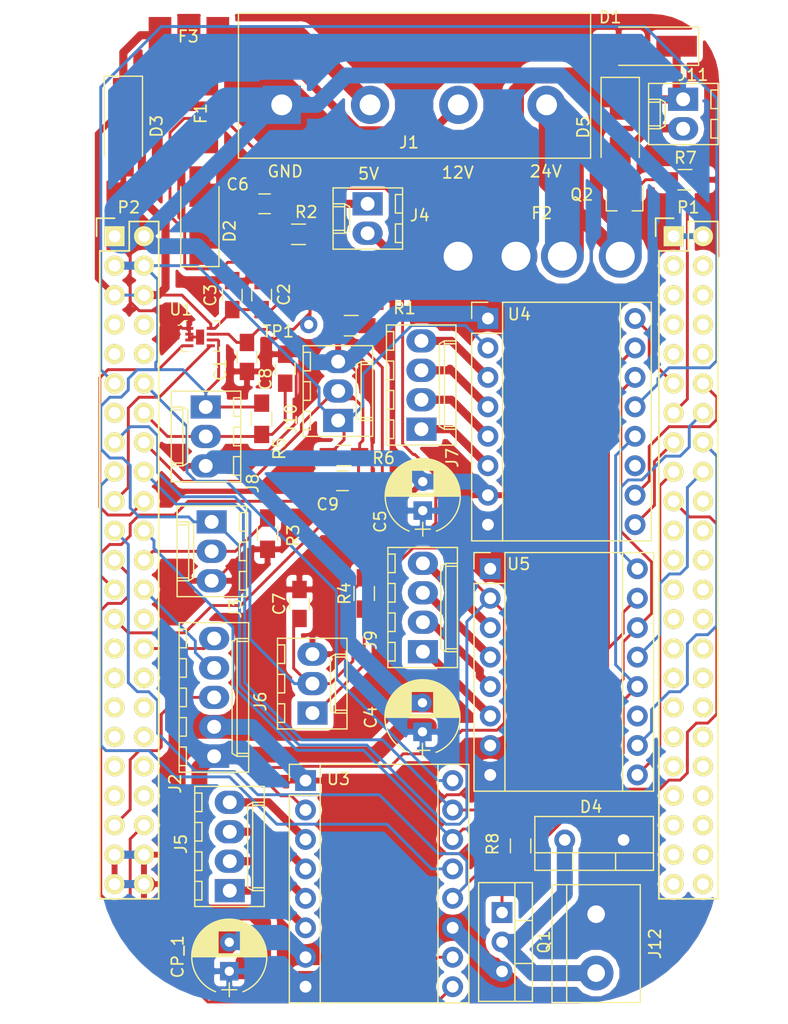
<source format=kicad_pcb>
(kicad_pcb (version 20171130) (host pcbnew "(5.0.2)-1")
  (layers (0 F.Cu signal) (31 B.Cu signal) (34 B.Paste user) (35 F.Paste user) (36 B.SilkS user) (37 F.SilkS user) (38 B.Mask user) (39 F.Mask user) (44 Edge.Cuts user))
  (net 0 "")
  (net 1 +3V3)
  (net 2 +5V)
  (net 3 GND)
  (net 4 "Net-(D4-Pad2)")
  (net 5 SPINDLE_PWM)
  (net 6 +24V)
  (net 7 "Net-(D5-Pad2)")
  (net 8 FAN_PWM)
  (net 9 "Net-(F3-Pad2)")
  (net 10 "Net-(F1-Pad2)")
  (net 11 +12V)
  (net 12 Z_ENABLE)
  (net 13 SPIO_DI)
  (net 14 Z_1B)
  (net 15 SPIO_SCL)
  (net 16 Z_1A)
  (net 17 SPIO_CSZ)
  (net 18 Z_2A)
  (net 19 SPIO_DO)
  (net 20 Z_2B)
  (net 21 Z_STEP)
  (net 22 Z_DIR)
  (net 23 Y_DIR)
  (net 24 Y_STEP)
  (net 25 Y_2B)
  (net 26 Y_2A)
  (net 27 SPIO_CSY)
  (net 28 Y_1A)
  (net 29 Y_1B)
  (net 30 Y_ENABLE)
  (net 31 X_ENABLE)
  (net 32 X_1B)
  (net 33 X_1A)
  (net 34 SPI0_CSX)
  (net 35 X_2A)
  (net 36 X_2B)
  (net 37 X_STEP)
  (net 38 X_DIR)
  (net 39 POT_SDA)
  (net 40 POT_SCL)
  (net 41 POT_W)
  (net 42 "Net-(P1-Pad3)")
  (net 43 "Net-(P1-Pad4)")
  (net 44 "Net-(P1-Pad5)")
  (net 45 "Net-(P1-Pad6)")
  (net 46 "Net-(P1-Pad7)")
  (net 47 "Net-(P1-Pad8)")
  (net 48 "Net-(P1-Pad9)")
  (net 49 "Net-(P1-Pad10)")
  (net 50 Z_PO)
  (net 51 "Net-(P1-Pad20)")
  (net 52 "Net-(P1-Pad21)")
  (net 53 "Net-(P1-Pad22)")
  (net 54 "Net-(P1-Pad23)")
  (net 55 "Net-(P1-Pad24)")
  (net 56 "Net-(P1-Pad25)")
  (net 57 "Net-(P1-Pad26)")
  (net 58 "Net-(P1-Pad27)")
  (net 59 "Net-(P1-Pad28)")
  (net 60 "Net-(P1-Pad29)")
  (net 61 "Net-(P1-Pad30)")
  (net 62 "Net-(P1-Pad31)")
  (net 63 "Net-(P1-Pad32)")
  (net 64 "Net-(P1-Pad33)")
  (net 65 "Net-(P1-Pad34)")
  (net 66 "Net-(P1-Pad35)")
  (net 67 "Net-(P1-Pad36)")
  (net 68 "Net-(P1-Pad37)")
  (net 69 "Net-(P1-Pad38)")
  (net 70 "Net-(P1-Pad39)")
  (net 71 "Net-(P1-Pad40)")
  (net 72 "Net-(P1-Pad41)")
  (net 73 "Net-(P1-Pad42)")
  (net 74 "Net-(P1-Pad43)")
  (net 75 "Net-(P1-Pad44)")
  (net 76 "Net-(P1-Pad45)")
  (net 77 "Net-(P1-Pad46)")
  (net 78 IC_HB_PWM1)
  (net 79 "Net-(P2-Pad40)")
  (net 80 "Net-(P2-Pad39)")
  (net 81 "Net-(P2-Pad38)")
  (net 82 "Net-(P2-Pad37)")
  (net 83 "Net-(P2-Pad36)")
  (net 84 "Net-(P2-Pad35)")
  (net 85 "Net-(P2-Pad34)")
  (net 86 "Net-(P2-Pad33)")
  (net 87 "Net-(P2-Pad32)")
  (net 88 "Net-(P2-Pad31)")
  (net 89 IC_HB_PWM2)
  (net 90 "Net-(P2-Pad29)")
  (net 91 "Net-(P2-Pad28)")
  (net 92 POLY_PWM)
  (net 93 POLY_READY)
  (net 94 POLY_EN)
  (net 95 PH_DIODE)
  (net 96 Y_PO)
  (net 97 X_PO)
  (net 98 "Net-(P2-Pad13)")
  (net 99 "Net-(P2-Pad10)")
  (net 100 "Net-(P2-Pad9)")
  (net 101 "Net-(P2-Pad8)")
  (net 102 "Net-(P2-Pad7)")
  (net 103 "Net-(F2-Pad1)")
  (net 104 LDK)
  (net 105 "Net-(U5-Pad6)")
  (net 106 "Net-(U4-Pad6)")
  (module Socket_BeagleBone_Black:MCCQ-121 (layer F.Cu) (at 153.025 64.1096 180)
    (fp_text reference F2 (at -0.22312 3.7096 180) (layer F.SilkS))
    (fp_text value 30A)
    (pad 4 thru_hole circle (at 7 0 180) (size 3.7 3.7) (drill 2.5) (layers *.Cu *.Mask) (net 6 +24V))
    (pad 3 thru_hole circle (at 2 0 180) (size 3.7 3.7) (drill 2.5) (layers *.Cu *.Mask) (net 6 +24V))
    (pad 2 thru_hole circle (at -2 0 180) (size 3.7 3.7) (drill 2.5) (layers *.Cu *.Mask) (net 103 "Net-(F2-Pad1)"))
    (pad 1 thru_hole circle (at -7 0 180) (size 3.7 3.7) (drill 2.5) (layers *.Cu *.Mask) (net 103 "Net-(F2-Pad1)"))
  )
  (module Socket_BeagleBone_Black:MC000052 (layer F.Cu) (at 153.66492 51.054 180)
    (fp_text reference J1 (at 11.87958 -3.24358 180) (layer F.SilkS))
    (fp_text value MC000052)
    (fp_text user 24V (at 0.06492 -5.746 180) (layer F.SilkS))
    (fp_text user 12V (at 7.66492 -5.846 180) (layer F.SilkS))
    (fp_text user 5V (at 15.36492 -5.946 180) (layer F.SilkS))
    (fp_text user GND (at 22.56492 -5.746 180) (layer F.SilkS))
    (pad 1 thru_hole rect (at 22.86 0 180) (size 3.3 3.3) (drill 1.8) (layers *.Cu *.Mask) (net 3 GND))
    (pad 4 thru_hole circle (at 0 0 180) (size 3.3 3.3) (drill 1.8) (layers *.Cu *.Mask) (net 103 "Net-(F2-Pad1)"))
    (pad 2 thru_hole circle (at 15.24 0 180) (size 3.3 3.3) (drill 1.8) (layers *.Cu *.Mask) (net 9 "Net-(F3-Pad2)"))
    (pad 3 thru_hole circle (at 7.62 0 180) (size 3.3 3.3) (drill 1.8) (layers *.Cu *.Mask) (net 10 "Net-(F1-Pad2)"))
  )
  (module Measurement_Points:Measurement_Point_Round-TH_Small (layer F.Cu) (at 133.1341 70.0024)
    (fp_text reference TP1 (at -2.6341 0.5976) (layer F.SilkS))
    (fp_text value TestPoint)
    (pad 1 thru_hole circle (at 0 0) (size 1.5 1.5) (drill 0.8) (layers *.Cu *.Mask) (net 41 POT_W))
  )
  (module Connectors_Molex:Molex_KK-6410-03_03x2.54mm_Straight (layer F.Cu) (at 135.675 78.275 90)
    (fp_text reference J10 (at 0.1336 -4.0821 90) (layer F.SilkS))
    (fp_text value MOLEX_2031)
    (pad 1 thru_hole rect (at 0 0 90) (size 2 2.6) (drill 1.2) (layers *.Cu *.Mask) (net 1 +3V3))
    (pad 2 thru_hole oval (at 2.54 0 90) (size 2 2.6) (drill 1.2) (layers *.Cu *.Mask) (net 50 Z_PO))
    (pad 3 thru_hole oval (at 5.08 0 90) (size 2 2.6) (drill 1.2) (layers *.Cu *.Mask) (net 3 GND))
  )
  (module Socket_BeagleBone_Black:TDFN-8-1EP (layer F.Cu) (at 123.75388 71.0819)
    (fp_text reference U1 (at -1.65388 -2.3819) (layer F.SilkS))
    (fp_text value DIGIPOT_50K)
    (pad 9 smd rect (at 0 0) (size 0.7 1.3) (layers F.Cu F.Paste F.Mask) (net 3 GND))
    (pad 8 smd rect (at 0.924998 -0.75) (size 0.7 0.25) (layers F.Cu F.Paste F.Mask) (net 2 +5V))
    (pad 7 smd rect (at 0.924998 -0.250001) (size 0.7 0.25) (layers F.Cu F.Paste F.Mask) (net 41 POT_W))
    (pad 6 smd rect (at 0.924998 0.249996) (size 0.7 0.25) (layers F.Cu F.Paste F.Mask) (net 1 +3V3))
    (pad 5 smd rect (at 0.924998 0.749998) (size 0.7 0.25) (layers F.Cu F.Paste F.Mask) (net 40 POT_SCL))
    (pad 4 smd rect (at -0.924998 0.749998) (size 0.7 0.25) (layers F.Cu F.Paste F.Mask) (net 39 POT_SDA))
    (pad 3 smd rect (at -0.924998 0.249996) (size 0.7 0.25) (layers F.Cu F.Paste F.Mask) (net 3 GND))
    (pad 1 smd rect (at -0.9249 -0.75) (size 0.7 0.25) (layers F.Cu F.Paste F.Mask) (net 3 GND))
    (pad 2 smd rect (at -0.924998 -0.250001) (size 0.7 0.25) (layers F.Cu F.Paste F.Mask) (net 3 GND))
  )
  (module Capacitors_SMD:C_0805_HandSoldering (layer F.Cu) (at 129.0701 67.4624 270)
    (fp_text reference C2 (at -0.0508 -1.92532 270) (layer F.SilkS))
    (fp_text value 1uF)
    (pad 1 smd rect (at -1.25 0 270) (size 1.5 1.25) (layers F.Cu F.Paste F.Mask) (net 3 GND))
    (pad 2 smd rect (at 1.25 0 270) (size 1.5 1.25) (layers F.Cu F.Paste F.Mask) (net 2 +5V))
  )
  (module Capacitors_SMD:C_0805_HandSoldering (layer F.Cu) (at 126.5301 67.4624 270)
    (fp_text reference C3 (at 0.01778 1.88976 270) (layer F.SilkS))
    (fp_text value 0.1uF)
    (pad 1 smd rect (at -1.25 0 270) (size 1.5 1.25) (layers F.Cu F.Paste F.Mask) (net 3 GND))
    (pad 2 smd rect (at 1.25 0 270) (size 1.5 1.25) (layers F.Cu F.Paste F.Mask) (net 2 +5V))
  )
  (module Capacitors_SMD:C_0805_HandSoldering (layer F.Cu) (at 127.8001 72.7964 90)
    (fp_text reference C1 (at -1.1036 -2.3001 90) (layer F.SilkS))
    (fp_text value 47nF)
    (pad 1 smd rect (at -1.25 0 90) (size 1.5 1.25) (layers F.Cu F.Paste F.Mask) (net 3 GND))
    (pad 2 smd rect (at 1.25 0 90) (size 1.5 1.25) (layers F.Cu F.Paste F.Mask) (net 41 POT_W))
  )
  (module Capacitors_SMD:C_0805_HandSoldering (layer F.Cu) (at 136.05 83.475 180)
    (fp_text reference C9 (at 1.2821 -2.0356 180) (layer F.SilkS))
    (fp_text value 0.1uF)
    (pad 1 smd rect (at -1.25 0 180) (size 1.5 1.25) (layers F.Cu F.Paste F.Mask) (net 50 Z_PO))
    (pad 2 smd rect (at 1.25 0 180) (size 1.5 1.25) (layers F.Cu F.Paste F.Mask) (net 3 GND))
  )
  (module Capacitors_SMD:C_0805_HandSoldering (layer F.Cu) (at 129.3241 59.5884 180)
    (fp_text reference C6 (at 2.3241 1.6764 180) (layer F.SilkS))
    (fp_text value 1uF)
    (pad 1 smd rect (at -1.25 0 180) (size 1.5 1.25) (layers F.Cu F.Paste F.Mask) (net 11 +12V))
    (pad 2 smd rect (at 1.25 0 180) (size 1.5 1.25) (layers F.Cu F.Paste F.Mask) (net 3 GND))
  )
  (module Capacitors_SMD:C_0805_HandSoldering (layer F.Cu) (at 132.334 94.1 90)
    (fp_text reference C7 (at 0 -1.75 90) (layer F.SilkS))
    (fp_text value 0.1uF)
    (pad 1 smd rect (at -1.25 0 90) (size 1.5 1.25) (layers F.Cu F.Paste F.Mask) (net 97 X_PO))
    (pad 2 smd rect (at 1.25 0 90) (size 1.5 1.25) (layers F.Cu F.Paste F.Mask) (net 3 GND))
  )
  (module Capacitors_SMD:C_0805_HandSoldering (layer F.Cu) (at 131.1021 73.8124 90)
    (fp_text reference C8 (at -0.8876 -1.7021 90) (layer F.SilkS))
    (fp_text value 0.1uF)
    (pad 1 smd rect (at -1.25 0 90) (size 1.5 1.25) (layers F.Cu F.Paste F.Mask) (net 96 Y_PO))
    (pad 2 smd rect (at 1.25 0 90) (size 1.5 1.25) (layers F.Cu F.Paste F.Mask) (net 3 GND))
  )
  (module Capacitors_THT:CP_Radial_D6.3mm_P2.50mm (layer F.Cu) (at 142.9766 86.05012 90)
    (fp_text reference C5 (at -0.94988 -3.6766 90) (layer F.SilkS))
    (fp_text value 100uF)
    (pad 1 thru_hole rect (at 0 0 90) (size 1.6 1.6) (drill 0.8) (layers *.Cu *.Mask) (net 6 +24V))
    (pad 2 thru_hole circle (at 2.5 0 90) (size 1.6 1.6) (drill 0.8) (layers *.Cu *.Mask) (net 3 GND))
  )
  (module Capacitors_THT:CP_Radial_D6.3mm_P2.50mm (layer F.Cu) (at 142.95 105.125 90)
    (fp_text reference C4 (at 1.25 -4.46 90) (layer F.SilkS))
    (fp_text value 100uF)
    (pad 1 thru_hole rect (at 0 0 90) (size 1.6 1.6) (drill 0.8) (layers *.Cu *.Mask) (net 6 +24V))
    (pad 2 thru_hole circle (at 2.5 0 90) (size 1.6 1.6) (drill 0.8) (layers *.Cu *.Mask) (net 3 GND))
  )
  (module Capacitors_THT:CP_Radial_D6.3mm_P2.50mm (layer F.Cu) (at 126.275 125.775 90)
    (fp_text reference CP_1 (at 1.25 -4.46 90) (layer F.SilkS))
    (fp_text value 100uF)
    (pad 1 thru_hole rect (at 0 0 90) (size 1.6 1.6) (drill 0.8) (layers *.Cu *.Mask) (net 6 +24V))
    (pad 2 thru_hole circle (at 2.5 0 90) (size 1.6 1.6) (drill 0.8) (layers *.Cu *.Mask) (net 3 GND))
  )
  (module Connectors_Molex:Molex_KK-6410-02_02x2.54mm_Straight (layer F.Cu) (at 165.45 50.575 270)
    (fp_text reference J11 (at -2.10566 -0.8509) (layer F.SilkS))
    (fp_text value MOLEX_2021)
    (pad 1 thru_hole rect (at 0 0 270) (size 2 2.6) (drill 1.2) (layers *.Cu *.Mask) (net 6 +24V))
    (pad 2 thru_hole oval (at 2.54 0 270) (size 2 2.6) (drill 1.2) (layers *.Cu *.Mask) (net 7 "Net-(D5-Pad2)"))
  )
  (module Connectors_Molex:Molex_KK-6410-02_02x2.54mm_Straight (layer F.Cu) (at 138.2141 59.5884 270)
    (fp_text reference J4 (at 1 -4.5) (layer F.SilkS))
    (fp_text value MOLEX_2021)
    (pad 1 thru_hole rect (at 0 0 270) (size 2 2.6) (drill 1.2) (layers *.Cu *.Mask) (net 11 +12V))
    (pad 2 thru_hole oval (at 2.54 0 270) (size 2 2.6) (drill 1.2) (layers *.Cu *.Mask) (net 104 LDK))
  )
  (module Connectors_Molex:Molex_KK-6410-03_03x2.54mm_Straight (layer F.Cu) (at 124.7521 87.0204 270)
    (fp_text reference J3 (at 7.4796 -2.0479 270) (layer F.SilkS))
    (fp_text value MOLEX_2031)
    (pad 1 thru_hole rect (at 0 0 270) (size 2 2.6) (drill 1.2) (layers *.Cu *.Mask) (net 1 +3V3))
    (pad 2 thru_hole oval (at 2.54 0 270) (size 2 2.6) (drill 1.2) (layers *.Cu *.Mask) (net 95 PH_DIODE))
    (pad 3 thru_hole oval (at 5.08 0 270) (size 2 2.6) (drill 1.2) (layers *.Cu *.Mask) (net 3 GND))
  )
  (module Connectors_Molex:Molex_KK-6410-03_03x2.54mm_Straight (layer F.Cu) (at 133.45668 103.51008 90)
    (fp_text reference J6 (at 1 -4.5 90) (layer F.SilkS))
    (fp_text value MOLEX_2031)
    (pad 1 thru_hole rect (at 0 0 90) (size 2 2.6) (drill 1.2) (layers *.Cu *.Mask) (net 1 +3V3))
    (pad 2 thru_hole oval (at 2.54 0 90) (size 2 2.6) (drill 1.2) (layers *.Cu *.Mask) (net 97 X_PO))
    (pad 3 thru_hole oval (at 5.08 0 90) (size 2 2.6) (drill 1.2) (layers *.Cu *.Mask) (net 3 GND))
  )
  (module Connectors_Molex:Molex_KK-6410-03_03x2.54mm_Straight (layer F.Cu) (at 124.2441 77.1144 270)
    (fp_text reference J8 (at 6.5856 -4.0559 270) (layer F.SilkS))
    (fp_text value MOLEX_2031)
    (pad 1 thru_hole rect (at 0 0 270) (size 2 2.6) (drill 1.2) (layers *.Cu *.Mask) (net 1 +3V3))
    (pad 2 thru_hole oval (at 2.54 0 270) (size 2 2.6) (drill 1.2) (layers *.Cu *.Mask) (net 96 Y_PO))
    (pad 3 thru_hole oval (at 5.08 0 270) (size 2 2.6) (drill 1.2) (layers *.Cu *.Mask) (net 3 GND))
  )
  (module Connectors_Molex:Molex_KK-6410-04_04x2.54mm_Straight (layer F.Cu) (at 126.3142 118.82628 90)
    (fp_text reference J5 (at 4.02628 -4.2142 90) (layer F.SilkS))
    (fp_text value MOLEX_2041)
    (pad 1 thru_hole rect (at 0 0 90) (size 2 2.6) (drill 1.2) (layers *.Cu *.Mask) (net 36 X_2B))
    (pad 2 thru_hole oval (at 2.54 0 90) (size 2 2.6) (drill 1.2) (layers *.Cu *.Mask) (net 35 X_2A))
    (pad 3 thru_hole oval (at 5.08 0 90) (size 2 2.6) (drill 1.2) (layers *.Cu *.Mask) (net 33 X_1A))
    (pad 4 thru_hole oval (at 7.62 0 90) (size 2 2.6) (drill 1.2) (layers *.Cu *.Mask) (net 32 X_1B))
  )
  (module Connectors_Molex:Molex_KK-6410-04_04x2.54mm_Straight (layer F.Cu) (at 142.98676 98.21672 90)
    (fp_text reference J9 (at 1 -4.5 90) (layer F.SilkS))
    (fp_text value MOLEX_2041)
    (pad 1 thru_hole rect (at 0 0 90) (size 2 2.6) (drill 1.2) (layers *.Cu *.Mask) (net 20 Z_2B))
    (pad 2 thru_hole oval (at 2.54 0 90) (size 2 2.6) (drill 1.2) (layers *.Cu *.Mask) (net 18 Z_2A))
    (pad 3 thru_hole oval (at 5.08 0 90) (size 2 2.6) (drill 1.2) (layers *.Cu *.Mask) (net 16 Z_1A))
    (pad 4 thru_hole oval (at 7.62 0 90) (size 2 2.6) (drill 1.2) (layers *.Cu *.Mask) (net 14 Z_1B))
  )
  (module Connectors_Molex:Molex_KK-6410-04_04x2.54mm_Straight (layer F.Cu) (at 142.8623 79.02956 90)
    (fp_text reference J7 (at -2.47044 2.6627 90) (layer F.SilkS))
    (fp_text value MOLEX_2041)
    (pad 1 thru_hole rect (at 0 0 90) (size 2 2.6) (drill 1.2) (layers *.Cu *.Mask) (net 25 Y_2B))
    (pad 2 thru_hole oval (at 2.54 0 90) (size 2 2.6) (drill 1.2) (layers *.Cu *.Mask) (net 26 Y_2A))
    (pad 3 thru_hole oval (at 5.08 0 90) (size 2 2.6) (drill 1.2) (layers *.Cu *.Mask) (net 28 Y_1A))
    (pad 4 thru_hole oval (at 7.62 0 90) (size 2 2.6) (drill 1.2) (layers *.Cu *.Mask) (net 29 Y_1B))
  )
  (module Connectors_Molex:Molex_KK-6410-05_05x2.54mm_Straight (layer F.Cu) (at 124.968 107.2388 90)
    (fp_text reference J2 (at -2.3612 -3.368 90) (layer F.SilkS))
    (fp_text value MOLEX_2051)
    (pad 1 thru_hole rect (at 0 0 90) (size 2 2.6) (drill 1.2) (layers *.Cu *.Mask) (net 6 +24V))
    (pad 2 thru_hole oval (at 2.54 0 90) (size 2 2.6) (drill 1.2) (layers *.Cu *.Mask) (net 3 GND))
    (pad 3 thru_hole oval (at 5.08 0 90) (size 2 2.6) (drill 1.2) (layers *.Cu *.Mask) (net 94 POLY_EN))
    (pad 4 thru_hole oval (at 7.62 0 90) (size 2 2.6) (drill 1.2) (layers *.Cu *.Mask) (net 93 POLY_READY))
    (pad 5 thru_hole oval (at 10.16 0 90) (size 2 2.6) (drill 1.2) (layers *.Cu *.Mask) (net 92 POLY_PWM))
  )
  (module Connectors_Terminal_Blocks:TerminalBlock_bornier-2_P5.08mm (layer F.Cu) (at 157.94228 120.85574 270)
    (fp_text reference J12 (at 2.54 -5.08 270) (layer F.SilkS))
    (fp_text value EBV-02-D)
    (pad 1 thru_hole rect (at 0 0 270) (size 3 3) (drill 1.52) (layers *.Cu *.Mask) (net 6 +24V))
    (pad 2 thru_hole circle (at 5.08 0 270) (size 3 3) (drill 1.52) (layers *.Cu *.Mask) (net 4 "Net-(D4-Pad2)"))
  )
  (module Diodes_SMD:D_SMA_Handsoldering (layer F.Cu) (at 123.7361 60.6044 90)
    (fp_text reference D2 (at -1.33852 2.56898 90) (layer F.SilkS))
    (fp_text value 50V_1A)
    (pad 1 smd rect (at -2.5 0 90) (size 3.5 1.8) (layers F.Cu F.Paste F.Mask) (net 11 +12V))
    (pad 2 smd rect (at 2.5 0 90) (size 3.5 1.8) (layers F.Cu F.Paste F.Mask) (net 3 GND))
  )
  (module Diodes_SMD:D_SMA_Handsoldering (layer F.Cu) (at 160.02 53.086 270)
    (fp_text reference D5 (at -0.10418 3.18828 90) (layer F.SilkS))
    (fp_text value 50V_1A)
    (pad 1 smd rect (at -2.5 0 270) (size 3.5 1.8) (layers F.Cu F.Paste F.Mask) (net 6 +24V))
    (pad 2 smd rect (at 2.5 0 270) (size 3.5 1.8) (layers F.Cu F.Paste F.Mask) (net 7 "Net-(D5-Pad2)"))
  )
  (module Diodes_SMD:D_SMA_Handsoldering (layer F.Cu) (at 117.1321 52.9844 270)
    (fp_text reference D3 (at -0.0844 -2.8679 270) (layer F.SilkS))
    (fp_text value 50V_1A)
    (pad 1 smd rect (at -2.5 0 270) (size 3.5 1.8) (layers F.Cu F.Paste F.Mask) (net 2 +5V))
    (pad 2 smd rect (at 2.5 0 270) (size 3.5 1.8) (layers F.Cu F.Paste F.Mask) (net 3 GND))
  )
  (module Diodes_SMD:D_SMA_Handsoldering (layer F.Cu) (at 162.38982 45.99686 180)
    (fp_text reference D1 (at 3.23342 2.49174 180) (layer F.SilkS))
    (fp_text value 50V_1A)
    (pad 1 smd rect (at -2.5 0 180) (size 3.5 1.8) (layers F.Cu F.Paste F.Mask) (net 6 +24V))
    (pad 2 smd rect (at 2.5 0 180) (size 3.5 1.8) (layers F.Cu F.Paste F.Mask) (net 3 GND))
  )
  (module Resistors_SMD:R_0805_HandSoldering (layer F.Cu) (at 165.608 57.51322 180)
    (fp_text reference R7 (at -0.04572 1.88976) (layer F.SilkS))
    (fp_text value 10K)
    (pad 1 smd rect (at -1.35 0 180) (size 1.5 1.3) (layers F.Cu F.Paste F.Mask) (net 3 GND))
    (pad 2 smd rect (at 1.35 0 180) (size 1.5 1.3) (layers F.Cu F.Paste F.Mask) (net 8 FAN_PWM))
  )
  (module Resistors_SMD:R_0805_HandSoldering (layer F.Cu) (at 136.175 81.3)
    (fp_text reference R6 (at 3.4179 0.2216) (layer F.SilkS))
    (fp_text value 10K)
    (pad 1 smd rect (at -1.35 0) (size 1.5 1.3) (layers F.Cu F.Paste F.Mask) (net 1 +3V3))
    (pad 2 smd rect (at 1.35 0) (size 1.5 1.3) (layers F.Cu F.Paste F.Mask) (net 50 Z_PO))
  )
  (module Resistors_SMD:R_0805_HandSoldering (layer F.Cu) (at 129.0701 78.1304 270)
    (fp_text reference R5 (at 2.5696 -1.5299 270) (layer F.SilkS))
    (fp_text value 10K)
    (pad 1 smd rect (at -1.35 0 270) (size 1.5 1.3) (layers F.Cu F.Paste F.Mask) (net 1 +3V3))
    (pad 2 smd rect (at 1.35 0 270) (size 1.5 1.3) (layers F.Cu F.Paste F.Mask) (net 96 Y_PO))
  )
  (module Resistors_SMD:R_0805_HandSoldering (layer F.Cu) (at 137.922 93.19514 90)
    (fp_text reference R4 (at 0 -1.7 90) (layer F.SilkS))
    (fp_text value 10K)
    (pad 1 smd rect (at -1.35 0 90) (size 1.5 1.3) (layers F.Cu F.Paste F.Mask) (net 1 +3V3))
    (pad 2 smd rect (at 1.35 0 90) (size 1.5 1.3) (layers F.Cu F.Paste F.Mask) (net 97 X_PO))
  )
  (module Resistors_SMD:R_0805_HandSoldering (layer F.Cu) (at 129.5781 88.0364 90)
    (fp_text reference R3 (at -0.1636 2.2219 90) (layer F.SilkS))
    (fp_text value 340K)
    (pad 1 smd rect (at -1.35 0 90) (size 1.5 1.3) (layers F.Cu F.Paste F.Mask) (net 3 GND))
    (pad 2 smd rect (at 1.35 0 90) (size 1.5 1.3) (layers F.Cu F.Paste F.Mask) (net 95 PH_DIODE))
  )
  (module Resistors_SMD:R_0805_HandSoldering (layer F.Cu) (at 132.25 62.21984 180)
    (fp_text reference R2 (at -0.66948 1.91984 180) (layer F.SilkS))
    (fp_text value 10K)
    (pad 1 smd rect (at -1.35 0 180) (size 1.5 1.3) (layers F.Cu F.Paste F.Mask) (net 3 GND))
    (pad 2 smd rect (at 1.35 0 180) (size 1.5 1.3) (layers F.Cu F.Paste F.Mask) (net 89 IC_HB_PWM2))
  )
  (module Resistors_SMD:R_0805_HandSoldering (layer F.Cu) (at 136.8 70.1 180)
    (fp_text reference R1 (at -4.6 1.5 180) (layer F.SilkS))
    (fp_text value 10K)
    (pad 1 smd rect (at -1.35 0 180) (size 1.5 1.3) (layers F.Cu F.Paste F.Mask) (net 78 IC_HB_PWM1))
    (pad 2 smd rect (at 1.35 0 180) (size 1.5 1.3) (layers F.Cu F.Paste F.Mask) (net 3 GND))
  )
  (module Resistors_SMD:R_0805_HandSoldering (layer F.Cu) (at 151.4221 114.9604 270)
    (fp_text reference R8 (at -0.1604 2.4221 270) (layer F.SilkS))
    (fp_text value 10K)
    (pad 1 smd rect (at -1.35 0 270) (size 1.5 1.3) (layers F.Cu F.Paste F.Mask) (net 3 GND))
    (pad 2 smd rect (at 1.35 0 270) (size 1.5 1.3) (layers F.Cu F.Paste F.Mask) (net 5 SPINDLE_PWM))
  )
  (module Socket_BeagleBone_Black:ICHKB (layer F.Cu) (at 135.94334 66.5353 90)
    (fp_text reference U2)
    (fp_text value U_IC-HKB)
    (pad 8 smd rect (at -1.905 -2.7 90) (size 0.6 1.9) (layers F.Cu F.Paste F.Mask) (net 41 POT_W))
    (pad 7 smd rect (at -0.635 -2.7 90) (size 0.6 1.9) (layers F.Cu F.Paste F.Mask) (net 2 +5V))
    (pad 6 smd rect (at 0.635 -2.7 90) (size 0.6 1.9) (layers F.Cu F.Paste F.Mask) (net 3 GND))
    (pad 5 smd rect (at 1.905 -2.7 90) (size 0.6 1.9) (layers F.Cu F.Paste F.Mask) (net 89 IC_HB_PWM2))
    (pad 4 smd rect (at 1.905 2.7 270) (size 0.6 1.9) (layers F.Cu F.Paste F.Mask) (net 3 GND))
    (pad 3 smd rect (at 0.635 2.7 270) (size 0.6 1.9) (layers F.Cu F.Paste F.Mask) (net 104 LDK))
    (pad 2 smd rect (at -0.635 2.7 270) (size 0.6 1.9) (layers F.Cu F.Paste F.Mask) (net 3 GND))
    (pad 1 smd rect (at -1.905 2.7 270) (size 0.6 1.9) (layers F.Cu F.Paste F.Mask) (net 78 IC_HB_PWM1))
    (pad 9 smd rect (at 0 0 90) (size 2.4 2.4) (layers F.Cu F.Paste F.Mask) (net 3 GND))
  )
  (module Socket_BeagleBone_Black:Socket_BeagleBone_Black (layer F.Cu) (at 116.3701 62.3824)
    (fp_text reference P2 (at 1.2299 -2.4824) (layer F.SilkS))
    (fp_text value BeagleBone_Black_Header)
    (pad 46 thru_hole oval (at 2.54 55.88) (size 1.7272 1.7272) (drill 1.016) (layers *.Cu *.Mask F.SilkS) (net 3 GND))
    (pad 45 thru_hole oval (at 0 55.88) (size 1.7272 1.7272) (drill 1.016) (layers *.Cu *.Mask F.SilkS) (net 3 GND))
    (pad 44 thru_hole oval (at 2.54 53.34) (size 1.7272 1.7272) (drill 1.016) (layers *.Cu *.Mask F.SilkS) (net 3 GND))
    (pad 43 thru_hole oval (at 0 53.34) (size 1.7272 1.7272) (drill 1.016) (layers *.Cu *.Mask F.SilkS) (net 3 GND))
    (pad 42 thru_hole oval (at 2.54 50.8) (size 1.7272 1.7272) (drill 1.016) (layers *.Cu *.Mask F.SilkS) (net 37 X_STEP))
    (pad 41 thru_hole oval (at 0 50.8) (size 1.7272 1.7272) (drill 1.016) (layers *.Cu *.Mask F.SilkS) (net 94 POLY_EN))
    (pad 40 thru_hole oval (at 2.54 48.26) (size 1.7272 1.7272) (drill 1.016) (layers *.Cu *.Mask F.SilkS) (net 79 "Net-(P2-Pad40)"))
    (pad 39 thru_hole oval (at 0 48.26) (size 1.7272 1.7272) (drill 1.016) (layers *.Cu *.Mask F.SilkS) (net 80 "Net-(P2-Pad39)"))
    (pad 38 thru_hole oval (at 2.54 45.72) (size 1.7272 1.7272) (drill 1.016) (layers *.Cu *.Mask F.SilkS) (net 81 "Net-(P2-Pad38)"))
    (pad 37 thru_hole oval (at 0 45.72) (size 1.7272 1.7272) (drill 1.016) (layers *.Cu *.Mask F.SilkS) (net 82 "Net-(P2-Pad37)"))
    (pad 36 thru_hole oval (at 2.54 43.18) (size 1.7272 1.7272) (drill 1.016) (layers *.Cu *.Mask F.SilkS) (net 83 "Net-(P2-Pad36)"))
    (pad 35 thru_hole oval (at 0 43.18) (size 1.7272 1.7272) (drill 1.016) (layers *.Cu *.Mask F.SilkS) (net 84 "Net-(P2-Pad35)"))
    (pad 34 thru_hole oval (at 2.54 40.64) (size 1.7272 1.7272) (drill 1.016) (layers *.Cu *.Mask F.SilkS) (net 85 "Net-(P2-Pad34)"))
    (pad 33 thru_hole oval (at 0 40.64) (size 1.7272 1.7272) (drill 1.016) (layers *.Cu *.Mask F.SilkS) (net 86 "Net-(P2-Pad33)"))
    (pad 32 thru_hole oval (at 2.54 38.1) (size 1.7272 1.7272) (drill 1.016) (layers *.Cu *.Mask F.SilkS) (net 87 "Net-(P2-Pad32)"))
    (pad 31 thru_hole oval (at 0 38.1) (size 1.7272 1.7272) (drill 1.016) (layers *.Cu *.Mask F.SilkS) (net 88 "Net-(P2-Pad31)"))
    (pad 30 thru_hole oval (at 2.54 35.56) (size 1.7272 1.7272) (drill 1.016) (layers *.Cu *.Mask F.SilkS) (net 92 POLY_PWM))
    (pad 29 thru_hole oval (at 0 35.56) (size 1.7272 1.7272) (drill 1.016) (layers *.Cu *.Mask F.SilkS) (net 90 "Net-(P2-Pad29)"))
    (pad 28 thru_hole oval (at 2.54 33.02) (size 1.7272 1.7272) (drill 1.016) (layers *.Cu *.Mask F.SilkS) (net 91 "Net-(P2-Pad28)"))
    (pad 27 thru_hole oval (at 0 33.02) (size 1.7272 1.7272) (drill 1.016) (layers *.Cu *.Mask F.SilkS) (net 89 IC_HB_PWM2))
    (pad 26 thru_hole oval (at 2.54 30.48) (size 1.7272 1.7272) (drill 1.016) (layers *.Cu *.Mask F.SilkS) (net 93 POLY_READY))
    (pad 25 thru_hole oval (at 0 30.48) (size 1.7272 1.7272) (drill 1.016) (layers *.Cu *.Mask F.SilkS) (net 78 IC_HB_PWM1))
    (pad 24 thru_hole oval (at 2.54 27.94) (size 1.7272 1.7272) (drill 1.016) (layers *.Cu *.Mask F.SilkS) (net 95 PH_DIODE))
    (pad 23 thru_hole oval (at 0 27.94) (size 1.7272 1.7272) (drill 1.016) (layers *.Cu *.Mask F.SilkS) (net 38 X_DIR))
    (pad 22 thru_hole oval (at 2.54 25.4) (size 1.7272 1.7272) (drill 1.016) (layers *.Cu *.Mask F.SilkS) (net 15 SPIO_SCL))
    (pad 21 thru_hole oval (at 0 25.4) (size 1.7272 1.7272) (drill 1.016) (layers *.Cu *.Mask F.SilkS) (net 19 SPIO_DO))
    (pad 20 thru_hole oval (at 2.54 22.86) (size 1.7272 1.7272) (drill 1.016) (layers *.Cu *.Mask F.SilkS) (net 39 POT_SDA))
    (pad 19 thru_hole oval (at 0 22.86) (size 1.7272 1.7272) (drill 1.016) (layers *.Cu *.Mask F.SilkS) (net 40 POT_SCL))
    (pad 18 thru_hole oval (at 2.54 20.32) (size 1.7272 1.7272) (drill 1.016) (layers *.Cu *.Mask F.SilkS) (net 13 SPIO_DI))
    (pad 17 thru_hole oval (at 0 20.32) (size 1.7272 1.7272) (drill 1.016) (layers *.Cu *.Mask F.SilkS) (net 34 SPI0_CSX))
    (pad 16 thru_hole oval (at 2.54 17.78) (size 1.7272 1.7272) (drill 1.016) (layers *.Cu *.Mask F.SilkS) (net 50 Z_PO))
    (pad 15 thru_hole oval (at 0 17.78) (size 1.7272 1.7272) (drill 1.016) (layers *.Cu *.Mask F.SilkS) (net 97 X_PO))
    (pad 14 thru_hole oval (at 2.54 15.24) (size 1.7272 1.7272) (drill 1.016) (layers *.Cu *.Mask F.SilkS) (net 96 Y_PO))
    (pad 13 thru_hole oval (at 0 15.24) (size 1.7272 1.7272) (drill 1.016) (layers *.Cu *.Mask F.SilkS) (net 98 "Net-(P2-Pad13)"))
    (pad 12 thru_hole oval (at 2.54 12.7) (size 1.7272 1.7272) (drill 1.016) (layers *.Cu *.Mask F.SilkS) (net 31 X_ENABLE))
    (pad 11 thru_hole oval (at 0 12.7) (size 1.7272 1.7272) (drill 1.016) (layers *.Cu *.Mask F.SilkS) (net 27 SPIO_CSY))
    (pad 10 thru_hole oval (at 2.54 10.16) (size 1.7272 1.7272) (drill 1.016) (layers *.Cu *.Mask F.SilkS) (net 99 "Net-(P2-Pad10)"))
    (pad 9 thru_hole oval (at 0 10.16) (size 1.7272 1.7272) (drill 1.016) (layers *.Cu *.Mask F.SilkS) (net 100 "Net-(P2-Pad9)"))
    (pad 8 thru_hole oval (at 2.54 7.62) (size 1.7272 1.7272) (drill 1.016) (layers *.Cu *.Mask F.SilkS) (net 101 "Net-(P2-Pad8)"))
    (pad 7 thru_hole oval (at 0 7.62) (size 1.7272 1.7272) (drill 1.016) (layers *.Cu *.Mask F.SilkS) (net 102 "Net-(P2-Pad7)"))
    (pad 6 thru_hole oval (at 2.54 5.08) (size 1.7272 1.7272) (drill 1.016) (layers *.Cu *.Mask F.SilkS) (net 2 +5V))
    (pad 5 thru_hole oval (at 0 5.08) (size 1.7272 1.7272) (drill 1.016) (layers *.Cu *.Mask F.SilkS) (net 2 +5V))
    (pad 4 thru_hole oval (at 2.54 2.54) (size 1.7272 1.7272) (drill 1.016) (layers *.Cu *.Mask F.SilkS) (net 1 +3V3))
    (pad 3 thru_hole oval (at 0 2.54) (size 1.7272 1.7272) (drill 1.016) (layers *.Cu *.Mask F.SilkS) (net 1 +3V3))
    (pad 2 thru_hole oval (at 2.54 0) (size 1.7272 1.7272) (drill 1.016) (layers *.Cu *.Mask F.SilkS) (net 3 GND))
    (pad 1 thru_hole rect (at 0 0) (size 1.7272 1.7272) (drill 1.016) (layers *.Cu *.Mask F.SilkS) (net 3 GND))
  )
  (module Socket_BeagleBone_Black:Socket_BeagleBone_Black (layer F.Cu) (at 164.6301 62.3824)
    (fp_text reference P1 (at 1.2699 -2.4824) (layer F.SilkS))
    (fp_text value BeagleBone_Black_Header)
    (pad 46 thru_hole oval (at 2.54 55.88) (size 1.7272 1.7272) (drill 1.016) (layers *.Cu *.Mask F.SilkS) (net 77 "Net-(P1-Pad46)"))
    (pad 45 thru_hole oval (at 0 55.88) (size 1.7272 1.7272) (drill 1.016) (layers *.Cu *.Mask F.SilkS) (net 76 "Net-(P1-Pad45)"))
    (pad 44 thru_hole oval (at 2.54 53.34) (size 1.7272 1.7272) (drill 1.016) (layers *.Cu *.Mask F.SilkS) (net 75 "Net-(P1-Pad44)"))
    (pad 43 thru_hole oval (at 0 53.34) (size 1.7272 1.7272) (drill 1.016) (layers *.Cu *.Mask F.SilkS) (net 74 "Net-(P1-Pad43)"))
    (pad 42 thru_hole oval (at 2.54 50.8) (size 1.7272 1.7272) (drill 1.016) (layers *.Cu *.Mask F.SilkS) (net 73 "Net-(P1-Pad42)"))
    (pad 41 thru_hole oval (at 0 50.8) (size 1.7272 1.7272) (drill 1.016) (layers *.Cu *.Mask F.SilkS) (net 72 "Net-(P1-Pad41)"))
    (pad 40 thru_hole oval (at 2.54 48.26) (size 1.7272 1.7272) (drill 1.016) (layers *.Cu *.Mask F.SilkS) (net 71 "Net-(P1-Pad40)"))
    (pad 39 thru_hole oval (at 0 48.26) (size 1.7272 1.7272) (drill 1.016) (layers *.Cu *.Mask F.SilkS) (net 70 "Net-(P1-Pad39)"))
    (pad 38 thru_hole oval (at 2.54 45.72) (size 1.7272 1.7272) (drill 1.016) (layers *.Cu *.Mask F.SilkS) (net 69 "Net-(P1-Pad38)"))
    (pad 37 thru_hole oval (at 0 45.72) (size 1.7272 1.7272) (drill 1.016) (layers *.Cu *.Mask F.SilkS) (net 68 "Net-(P1-Pad37)"))
    (pad 36 thru_hole oval (at 2.54 43.18) (size 1.7272 1.7272) (drill 1.016) (layers *.Cu *.Mask F.SilkS) (net 67 "Net-(P1-Pad36)"))
    (pad 35 thru_hole oval (at 0 43.18) (size 1.7272 1.7272) (drill 1.016) (layers *.Cu *.Mask F.SilkS) (net 66 "Net-(P1-Pad35)"))
    (pad 34 thru_hole oval (at 2.54 40.64) (size 1.7272 1.7272) (drill 1.016) (layers *.Cu *.Mask F.SilkS) (net 65 "Net-(P1-Pad34)"))
    (pad 33 thru_hole oval (at 0 40.64) (size 1.7272 1.7272) (drill 1.016) (layers *.Cu *.Mask F.SilkS) (net 64 "Net-(P1-Pad33)"))
    (pad 32 thru_hole oval (at 2.54 38.1) (size 1.7272 1.7272) (drill 1.016) (layers *.Cu *.Mask F.SilkS) (net 63 "Net-(P1-Pad32)"))
    (pad 31 thru_hole oval (at 0 38.1) (size 1.7272 1.7272) (drill 1.016) (layers *.Cu *.Mask F.SilkS) (net 62 "Net-(P1-Pad31)"))
    (pad 30 thru_hole oval (at 2.54 35.56) (size 1.7272 1.7272) (drill 1.016) (layers *.Cu *.Mask F.SilkS) (net 61 "Net-(P1-Pad30)"))
    (pad 29 thru_hole oval (at 0 35.56) (size 1.7272 1.7272) (drill 1.016) (layers *.Cu *.Mask F.SilkS) (net 60 "Net-(P1-Pad29)"))
    (pad 28 thru_hole oval (at 2.54 33.02) (size 1.7272 1.7272) (drill 1.016) (layers *.Cu *.Mask F.SilkS) (net 59 "Net-(P1-Pad28)"))
    (pad 27 thru_hole oval (at 0 33.02) (size 1.7272 1.7272) (drill 1.016) (layers *.Cu *.Mask F.SilkS) (net 58 "Net-(P1-Pad27)"))
    (pad 26 thru_hole oval (at 2.54 30.48) (size 1.7272 1.7272) (drill 1.016) (layers *.Cu *.Mask F.SilkS) (net 57 "Net-(P1-Pad26)"))
    (pad 25 thru_hole oval (at 0 30.48) (size 1.7272 1.7272) (drill 1.016) (layers *.Cu *.Mask F.SilkS) (net 56 "Net-(P1-Pad25)"))
    (pad 24 thru_hole oval (at 2.54 27.94) (size 1.7272 1.7272) (drill 1.016) (layers *.Cu *.Mask F.SilkS) (net 55 "Net-(P1-Pad24)"))
    (pad 23 thru_hole oval (at 0 27.94) (size 1.7272 1.7272) (drill 1.016) (layers *.Cu *.Mask F.SilkS) (net 54 "Net-(P1-Pad23)"))
    (pad 22 thru_hole oval (at 2.54 25.4) (size 1.7272 1.7272) (drill 1.016) (layers *.Cu *.Mask F.SilkS) (net 53 "Net-(P1-Pad22)"))
    (pad 21 thru_hole oval (at 0 25.4) (size 1.7272 1.7272) (drill 1.016) (layers *.Cu *.Mask F.SilkS) (net 52 "Net-(P1-Pad21)"))
    (pad 20 thru_hole oval (at 2.54 22.86) (size 1.7272 1.7272) (drill 1.016) (layers *.Cu *.Mask F.SilkS) (net 51 "Net-(P1-Pad20)"))
    (pad 19 thru_hole oval (at 0 22.86) (size 1.7272 1.7272) (drill 1.016) (layers *.Cu *.Mask F.SilkS) (net 5 SPINDLE_PWM))
    (pad 18 thru_hole oval (at 2.54 20.32) (size 1.7272 1.7272) (drill 1.016) (layers *.Cu *.Mask F.SilkS) (net 17 SPIO_CSZ))
    (pad 17 thru_hole oval (at 0 20.32) (size 1.7272 1.7272) (drill 1.016) (layers *.Cu *.Mask F.SilkS) (net 22 Z_DIR))
    (pad 16 thru_hole oval (at 2.54 17.78) (size 1.7272 1.7272) (drill 1.016) (layers *.Cu *.Mask F.SilkS) (net 21 Z_STEP))
    (pad 15 thru_hole oval (at 0 17.78) (size 1.7272 1.7272) (drill 1.016) (layers *.Cu *.Mask F.SilkS) (net 23 Y_DIR))
    (pad 14 thru_hole oval (at 2.54 15.24) (size 1.7272 1.7272) (drill 1.016) (layers *.Cu *.Mask F.SilkS) (net 12 Z_ENABLE))
    (pad 13 thru_hole oval (at 0 15.24) (size 1.7272 1.7272) (drill 1.016) (layers *.Cu *.Mask F.SilkS) (net 8 FAN_PWM))
    (pad 12 thru_hole oval (at 2.54 12.7) (size 1.7272 1.7272) (drill 1.016) (layers *.Cu *.Mask F.SilkS) (net 24 Y_STEP))
    (pad 11 thru_hole oval (at 0 12.7) (size 1.7272 1.7272) (drill 1.016) (layers *.Cu *.Mask F.SilkS) (net 30 Y_ENABLE))
    (pad 10 thru_hole oval (at 2.54 10.16) (size 1.7272 1.7272) (drill 1.016) (layers *.Cu *.Mask F.SilkS) (net 49 "Net-(P1-Pad10)"))
    (pad 9 thru_hole oval (at 0 10.16) (size 1.7272 1.7272) (drill 1.016) (layers *.Cu *.Mask F.SilkS) (net 48 "Net-(P1-Pad9)"))
    (pad 8 thru_hole oval (at 2.54 7.62) (size 1.7272 1.7272) (drill 1.016) (layers *.Cu *.Mask F.SilkS) (net 47 "Net-(P1-Pad8)"))
    (pad 7 thru_hole oval (at 0 7.62) (size 1.7272 1.7272) (drill 1.016) (layers *.Cu *.Mask F.SilkS) (net 46 "Net-(P1-Pad7)"))
    (pad 6 thru_hole oval (at 2.54 5.08) (size 1.7272 1.7272) (drill 1.016) (layers *.Cu *.Mask F.SilkS) (net 45 "Net-(P1-Pad6)"))
    (pad 5 thru_hole oval (at 0 5.08) (size 1.7272 1.7272) (drill 1.016) (layers *.Cu *.Mask F.SilkS) (net 44 "Net-(P1-Pad5)"))
    (pad 4 thru_hole oval (at 2.54 2.54) (size 1.7272 1.7272) (drill 1.016) (layers *.Cu *.Mask F.SilkS) (net 43 "Net-(P1-Pad4)"))
    (pad 3 thru_hole oval (at 0 2.54) (size 1.7272 1.7272) (drill 1.016) (layers *.Cu *.Mask F.SilkS) (net 42 "Net-(P1-Pad3)"))
    (pad 2 thru_hole oval (at 2.54 0) (size 1.7272 1.7272) (drill 1.016) (layers *.Cu *.Mask F.SilkS) (net 3 GND))
    (pad 1 thru_hole rect (at 0 0) (size 1.7272 1.7272) (drill 1.016) (layers *.Cu *.Mask F.SilkS) (net 3 GND))
  )
  (module Socket_BeagleBone_Black:TMC2130 (layer F.Cu) (at 132.85724 109.32922)
    (fp_text reference U3 (at 2.84276 -0.12922) (layer F.SilkS))
    (fp_text value X_STEPPER)
    (pad 1 thru_hole oval (at 12.7 0) (size 1.8 1.8) (drill 1.02) (layers *.Cu *.Mask) (net 31 X_ENABLE))
    (pad 16 thru_hole oval (at 0 17.78) (size 1.8 1.8) (drill 1.02) (layers *.Cu *.Mask) (net 6 +24V))
    (pad 2 thru_hole oval (at 12.7 2.54) (size 1.8 1.8) (drill 1.02) (layers *.Cu *.Mask) (net 13 SPIO_DI))
    (pad 15 thru_hole oval (at 0 15.24) (size 1.8 1.8) (drill 1.02) (layers *.Cu *.Mask) (net 3 GND))
    (pad 3 thru_hole oval (at 12.7 5.08) (size 1.8 1.8) (drill 1.02) (layers *.Cu *.Mask) (net 15 SPIO_SCL))
    (pad 14 thru_hole oval (at 0 12.7) (size 1.8 1.8) (drill 1.02) (layers *.Cu *.Mask) (net 36 X_2B))
    (pad 4 thru_hole oval (at 12.7 7.62) (size 1.8 1.8) (drill 1.02) (layers *.Cu *.Mask) (net 34 SPI0_CSX))
    (pad 13 thru_hole oval (at 0 10.16) (size 1.8 1.8) (drill 1.02) (layers *.Cu *.Mask) (net 35 X_2A))
    (pad 5 thru_hole oval (at 12.7 10.16) (size 1.8 1.8) (drill 1.02) (layers *.Cu *.Mask) (net 19 SPIO_DO))
    (pad 12 thru_hole oval (at 0 7.62) (size 1.8 1.8) (drill 1.02) (layers *.Cu *.Mask) (net 33 X_1A))
    (pad 6 thru_hole oval (at 12.7 12.7) (size 1.8 1.8) (drill 1.02) (layers *.Cu *.Mask) (net 3 GND))
    (pad 11 thru_hole oval (at 0 5.08) (size 1.8 1.8) (drill 1.02) (layers *.Cu *.Mask) (net 32 X_1B))
    (pad 7 thru_hole oval (at 12.7 15.24) (size 1.8 1.8) (drill 1.02) (layers *.Cu *.Mask) (net 37 X_STEP))
    (pad 10 thru_hole oval (at 0 2.54) (size 1.8 1.8) (drill 1.02) (layers *.Cu *.Mask) (net 1 +3V3))
    (pad 8 thru_hole oval (at 12.7 17.78) (size 1.8 1.8) (drill 1.02) (layers *.Cu *.Mask) (net 38 X_DIR))
    (pad 9 thru_hole rect (at 0 0) (size 1.8 1.8) (drill 1.02) (layers *.Cu *.Mask) (net 3 GND))
  )
  (module Socket_BeagleBone_Black:TMC2130 (layer F.Cu) (at 148.60016 69.47916)
    (fp_text reference U4 (at 2.70994 -0.35676) (layer F.SilkS))
    (fp_text value Y_STEPPER)
    (pad 1 thru_hole oval (at 12.7 0) (size 1.8 1.8) (drill 1.02) (layers *.Cu *.Mask) (net 30 Y_ENABLE))
    (pad 16 thru_hole oval (at 0 17.78) (size 1.8 1.8) (drill 1.02) (layers *.Cu *.Mask) (net 6 +24V))
    (pad 2 thru_hole oval (at 12.7 2.54) (size 1.8 1.8) (drill 1.02) (layers *.Cu *.Mask) (net 13 SPIO_DI))
    (pad 15 thru_hole oval (at 0 15.24) (size 1.8 1.8) (drill 1.02) (layers *.Cu *.Mask) (net 3 GND))
    (pad 3 thru_hole oval (at 12.7 5.08) (size 1.8 1.8) (drill 1.02) (layers *.Cu *.Mask) (net 15 SPIO_SCL))
    (pad 14 thru_hole oval (at 0 12.7) (size 1.8 1.8) (drill 1.02) (layers *.Cu *.Mask) (net 25 Y_2B))
    (pad 4 thru_hole oval (at 12.7 7.62) (size 1.8 1.8) (drill 1.02) (layers *.Cu *.Mask) (net 27 SPIO_CSY))
    (pad 13 thru_hole oval (at 0 10.16) (size 1.8 1.8) (drill 1.02) (layers *.Cu *.Mask) (net 26 Y_2A))
    (pad 5 thru_hole oval (at 12.7 10.16) (size 1.8 1.8) (drill 1.02) (layers *.Cu *.Mask) (net 19 SPIO_DO))
    (pad 12 thru_hole oval (at 0 7.62) (size 1.8 1.8) (drill 1.02) (layers *.Cu *.Mask) (net 28 Y_1A))
    (pad 6 thru_hole oval (at 12.7 12.7) (size 1.8 1.8) (drill 1.02) (layers *.Cu *.Mask) (net 106 "Net-(U4-Pad6)"))
    (pad 11 thru_hole oval (at 0 5.08) (size 1.8 1.8) (drill 1.02) (layers *.Cu *.Mask) (net 29 Y_1B))
    (pad 7 thru_hole oval (at 12.7 15.24) (size 1.8 1.8) (drill 1.02) (layers *.Cu *.Mask) (net 24 Y_STEP))
    (pad 10 thru_hole oval (at 0 2.54) (size 1.8 1.8) (drill 1.02) (layers *.Cu *.Mask) (net 1 +3V3))
    (pad 8 thru_hole oval (at 12.7 17.78) (size 1.8 1.8) (drill 1.02) (layers *.Cu *.Mask) (net 23 Y_DIR))
    (pad 9 thru_hole rect (at 0 0) (size 1.8 1.8) (drill 1.02) (layers *.Cu *.Mask) (net 3 GND))
  )
  (module Socket_BeagleBone_Black:TMC2130 (layer F.Cu) (at 148.80082 91.06662)
    (fp_text reference U5 (at 2.45928 -0.40422) (layer F.SilkS))
    (fp_text value Z_STEPPER)
    (pad 1 thru_hole oval (at 12.7 0) (size 1.8 1.8) (drill 1.02) (layers *.Cu *.Mask) (net 12 Z_ENABLE))
    (pad 16 thru_hole oval (at 0 17.78) (size 1.8 1.8) (drill 1.02) (layers *.Cu *.Mask) (net 6 +24V))
    (pad 2 thru_hole oval (at 12.7 2.54) (size 1.8 1.8) (drill 1.02) (layers *.Cu *.Mask) (net 13 SPIO_DI))
    (pad 15 thru_hole oval (at 0 15.24) (size 1.8 1.8) (drill 1.02) (layers *.Cu *.Mask) (net 3 GND))
    (pad 3 thru_hole oval (at 12.7 5.08) (size 1.8 1.8) (drill 1.02) (layers *.Cu *.Mask) (net 15 SPIO_SCL))
    (pad 14 thru_hole oval (at 0 12.7) (size 1.8 1.8) (drill 1.02) (layers *.Cu *.Mask) (net 20 Z_2B))
    (pad 4 thru_hole oval (at 12.7 7.62) (size 1.8 1.8) (drill 1.02) (layers *.Cu *.Mask) (net 17 SPIO_CSZ))
    (pad 13 thru_hole oval (at 0 10.16) (size 1.8 1.8) (drill 1.02) (layers *.Cu *.Mask) (net 18 Z_2A))
    (pad 5 thru_hole oval (at 12.7 10.16) (size 1.8 1.8) (drill 1.02) (layers *.Cu *.Mask) (net 19 SPIO_DO))
    (pad 12 thru_hole oval (at 0 7.62) (size 1.8 1.8) (drill 1.02) (layers *.Cu *.Mask) (net 16 Z_1A))
    (pad 6 thru_hole oval (at 12.7 12.7) (size 1.8 1.8) (drill 1.02) (layers *.Cu *.Mask) (net 105 "Net-(U5-Pad6)"))
    (pad 11 thru_hole oval (at 0 5.08) (size 1.8 1.8) (drill 1.02) (layers *.Cu *.Mask) (net 14 Z_1B))
    (pad 7 thru_hole oval (at 12.7 15.24) (size 1.8 1.8) (drill 1.02) (layers *.Cu *.Mask) (net 21 Z_STEP))
    (pad 10 thru_hole oval (at 0 2.54) (size 1.8 1.8) (drill 1.02) (layers *.Cu *.Mask) (net 1 +3V3))
    (pad 8 thru_hole oval (at 12.7 17.78) (size 1.8 1.8) (drill 1.02) (layers *.Cu *.Mask) (net 22 Z_DIR))
    (pad 9 thru_hole rect (at 0 0) (size 1.8 1.8) (drill 1.02) (layers *.Cu *.Mask) (net 3 GND))
  )
  (module Socket_BeagleBone_Black:littlefuse_448 (layer F.Cu) (at 123.7361 51.7144 90)
    (fp_text reference F1 (at -0.0856 0.0762 90) (layer F.SilkS))
    (fp_text value 2A)
    (pad 2 smd rect (at 2.45 0 90) (size 1.96 3.15) (layers F.Cu F.Paste F.Mask) (net 10 "Net-(F1-Pad2)"))
    (pad 1 smd rect (at -2.54 0 90) (size 1.96 3.15) (layers F.Cu F.Paste F.Mask) (net 11 +12V))
  )
  (module Socket_BeagleBone_Black:littlefuse_448 (layer F.Cu) (at 122.8344 45.05198)
    (fp_text reference F3 (at -0.0943 0.11042) (layer F.SilkS))
    (fp_text value 4A)
    (pad 2 smd rect (at 2.45 0) (size 1.96 3.15) (layers F.Cu F.Paste F.Mask) (net 9 "Net-(F3-Pad2)"))
    (pad 1 smd rect (at -2.54 0) (size 1.96 3.15) (layers F.Cu F.Paste F.Mask) (net 2 +5V))
  )
  (module TO_SOT_Packages_SMD:SOT-23 (layer F.Cu) (at 160.39592 59.436 270)
    (fp_text reference Q2 (at -0.636 3.69592) (layer F.SilkS))
    (fp_text value IRFML8244)
    (pad 1 smd rect (at -1 -0.95 270) (size 0.9 0.8) (layers F.Cu F.Paste F.Mask) (net 8 FAN_PWM))
    (pad 2 smd rect (at -1 0.95 270) (size 0.9 0.8) (layers F.Cu F.Paste F.Mask) (net 7 "Net-(D5-Pad2)"))
    (pad 3 smd rect (at 1 0 270) (size 0.9 0.8) (layers F.Cu F.Paste F.Mask) (net 3 GND))
  )
  (module TO_SOT_Packages_THT:TO-220-2_Vertical (layer F.Cu) (at 160.3121 114.4524 180)
    (fp_text reference D4 (at 2.8121 2.8524 180) (layer F.SilkS))
    (fp_text value STPS1545D)
    (pad 1 thru_hole rect (at 0 0 180) (size 1.8 1.8) (drill 1) (layers *.Cu *.Mask) (net 6 +24V))
    (pad 2 thru_hole oval (at 5.08 0 180) (size 1.8 1.8) (drill 1) (layers *.Cu *.Mask) (net 4 "Net-(D4-Pad2)"))
  )
  (module TO_SOT_Packages_THT:TO-220-3_Vertical (layer F.Cu) (at 149.81936 120.7135 270)
    (fp_text reference Q1 (at 2.54 -3.62 270) (layer F.SilkS))
    (fp_text value IRLB8721PBF)
    (pad 1 thru_hole rect (at 0 0 270) (size 1.8 1.8) (drill 1) (layers *.Cu *.Mask) (net 5 SPINDLE_PWM))
    (pad 2 thru_hole oval (at 2.54 0 270) (size 1.8 1.8) (drill 1) (layers *.Cu *.Mask) (net 4 "Net-(D4-Pad2)"))
    (pad 3 thru_hole oval (at 5.08 0 270) (size 1.8 1.8) (drill 1) (layers *.Cu *.Mask) (net 3 GND))
  )
  (gr_arc (start 162.7251 49.0474) (end 169.0751 49.0474) (angle -90) (layer Edge.Cuts) (width 0.00254))
  (gr_arc (start 127.1651 116.3574) (end 127.1651 129.0574) (angle 90) (layer Edge.Cuts) (width 0.00254))
  (gr_arc (start 156.3751 116.3574) (end 169.0751 116.3574) (angle 90) (layer Edge.Cuts) (width 0.00254))
  (gr_arc (start 120.8151 49.0474) (end 114.4651 49.0474) (angle 90) (layer Edge.Cuts) (width 0.00254))
  (gr_line (start 162.7251 42.6974) (end 120.8151 42.6974) (layer Edge.Cuts) (width 0.00254))
  (gr_line (start 169.0751 116.3624) (end 169.0751 49.0474) (layer Edge.Cuts) (width 0.00254))
  (gr_line (start 127.1651 129.0574) (end 156.3751 129.0574) (layer Edge.Cuts) (width 0.00254))
  (gr_line (start 114.4651 49.0474) (end 114.4651 116.3574) (layer Edge.Cuts) (width 0.00254))
  (segment (start 124.2441 77.1144) (end 123.9441 77.1144) (width 0.25) (layer B.Cu) (net 1))
  (segment (start 125.278878 71.331896) (end 124.678878 71.331896) (width 0.25) (layer F.Cu) (net 1))
  (segment (start 125.353879 71.406897) (end 125.278878 71.331896) (width 0.25) (layer F.Cu) (net 1))
  (segment (start 125.353879 74.754621) (end 125.353879 71.406897) (width 0.25) (layer F.Cu) (net 1))
  (segment (start 124.2441 75.8644) (end 125.353879 74.754621) (width 0.25) (layer F.Cu) (net 1))
  (segment (start 124.2441 77.1144) (end 124.2441 75.8644) (width 0.25) (layer F.Cu) (net 1))
  (segment (start 128.7361 77.1144) (end 129.0701 76.7804) (width 0.25) (layer F.Cu) (net 1))
  (segment (start 124.2441 77.1144) (end 128.7361 77.1144) (width 0.25) (layer F.Cu) (net 1))
  (segment (start 134.9321 81.1784) (end 134.8321 81.1784) (width 0.25) (layer F.Cu) (net 1))
  (segment (start 136.1821 79.9284) (end 134.9321 81.1784) (width 0.25) (layer F.Cu) (net 1))
  (segment (start 136.1821 78.3336) (end 136.1821 79.9284) (width 0.25) (layer F.Cu) (net 1))
  (segment (start 116.3701 64.9224) (end 118.9101 64.9224) (width 0.7) (layer B.Cu) (net 1))
  (segment (start 133.75668 103.51008) (end 133.45668 103.51008) (width 0.25) (layer F.Cu) (net 1))
  (segment (start 137.922 99.34476) (end 133.75668 103.51008) (width 0.25) (layer F.Cu) (net 1))
  (segment (start 137.922 94.54514) (end 137.922 99.34476) (width 0.25) (layer F.Cu) (net 1))
  (segment (start 137.922 94.44514) (end 137.922 94.54514) (width 0.25) (layer F.Cu) (net 1))
  (segment (start 138.897001 93.470139) (end 137.922 94.44514) (width 0.25) (layer F.Cu) (net 1))
  (segment (start 138.897001 92.512632) (end 138.897001 93.470139) (width 0.25) (layer F.Cu) (net 1))
  (segment (start 142.137923 89.27171) (end 138.897001 92.512632) (width 0.25) (layer F.Cu) (net 1))
  (segment (start 144.46591 89.27171) (end 142.137923 89.27171) (width 0.25) (layer F.Cu) (net 1))
  (segment (start 148.80082 93.60662) (end 144.46591 89.27171) (width 0.25) (layer F.Cu) (net 1))
  (segment (start 129.54 108.712) (end 129.54 109.474) (width 0.25) (layer F.Cu) (net 1))
  (segment (start 130.048 108.204) (end 129.54 108.712) (width 0.25) (layer F.Cu) (net 1))
  (segment (start 129.54 109.474) (end 130.710219 110.644219) (width 0.25) (layer F.Cu) (net 1))
  (segment (start 131.597458 108.204) (end 130.048 108.204) (width 0.25) (layer F.Cu) (net 1))
  (segment (start 131.697239 108.104219) (end 131.597458 108.204) (width 0.25) (layer F.Cu) (net 1))
  (segment (start 148.80082 93.60662) (end 150.025821 94.831621) (width 0.25) (layer F.Cu) (net 1))
  (segment (start 131.632239 110.644219) (end 132.85724 111.86922) (width 0.25) (layer F.Cu) (net 1))
  (segment (start 130.710219 110.644219) (end 131.632239 110.644219) (width 0.25) (layer F.Cu) (net 1))
  (segment (start 150.025821 104.354621) (end 149.388821 104.991621) (width 0.25) (layer F.Cu) (net 1))
  (segment (start 150.025821 94.831621) (end 150.025821 104.354621) (width 0.25) (layer F.Cu) (net 1))
  (segment (start 140.208 108.104219) (end 131.697239 108.104219) (width 0.25) (layer F.Cu) (net 1))
  (segment (start 136.1821 78.3336) (end 134.6321 78.3336) (width 0.25) (layer B.Cu) (net 1))
  (segment (start 136.4821 78.3336) (end 136.1821 78.3336) (width 0.25) (layer B.Cu) (net 1))
  (segment (start 137.80711 77.00859) (end 136.4821 78.3336) (width 0.25) (layer B.Cu) (net 1))
  (segment (start 137.80711 74.290903) (end 137.80711 77.00859) (width 0.25) (layer B.Cu) (net 1))
  (segment (start 142.013463 70.08455) (end 137.80711 74.290903) (width 0.25) (layer B.Cu) (net 1))
  (segment (start 146.66555 70.08455) (end 142.013463 70.08455) (width 0.25) (layer B.Cu) (net 1))
  (segment (start 148.60016 72.01916) (end 146.66555 70.08455) (width 0.25) (layer B.Cu) (net 1))
  (segment (start 118.339571 73.893799) (end 119.480629 73.893799) (width 0.25) (layer B.Cu) (net 1))
  (segment (start 115.962369 76.271001) (end 116.940629 76.271001) (width 0.25) (layer B.Cu) (net 1))
  (segment (start 117.558701 74.674669) (end 118.339571 73.893799) (width 0.25) (layer B.Cu) (net 1))
  (segment (start 115.181499 80.732929) (end 115.181499 77.051871) (width 0.25) (layer B.Cu) (net 1))
  (segment (start 115.962369 81.513799) (end 115.181499 80.732929) (width 0.25) (layer B.Cu) (net 1))
  (segment (start 117.558701 75.652929) (end 117.558701 74.674669) (width 0.25) (layer B.Cu) (net 1))
  (segment (start 117.073799 81.513799) (end 115.962369 81.513799) (width 0.25) (layer B.Cu) (net 1))
  (segment (start 116.940629 76.271001) (end 117.558701 75.652929) (width 0.25) (layer B.Cu) (net 1))
  (segment (start 117.721499 82.161499) (end 117.073799 81.513799) (width 0.25) (layer B.Cu) (net 1))
  (segment (start 118.502369 86.593799) (end 117.721499 85.812929) (width 0.25) (layer B.Cu) (net 1))
  (segment (start 117.721499 85.812929) (end 117.721499 82.161499) (width 0.25) (layer B.Cu) (net 1))
  (segment (start 122.775499 86.593799) (end 118.502369 86.593799) (width 0.25) (layer B.Cu) (net 1))
  (segment (start 123.2021 87.0204) (end 122.775499 86.593799) (width 0.25) (layer B.Cu) (net 1))
  (segment (start 115.181499 77.051871) (end 115.962369 76.271001) (width 0.25) (layer B.Cu) (net 1))
  (segment (start 124.7521 87.0204) (end 123.2021 87.0204) (width 0.25) (layer B.Cu) (net 1))
  (segment (start 118.9101 64.9224) (end 123.5224 64.9224) (width 0.25) (layer B.Cu) (net 1))
  (segment (start 123.5224 64.9224) (end 134.025 75.425) (width 0.25) (layer B.Cu) (net 1))
  (segment (start 135.375 78.275) (end 135.675 78.275) (width 0.25) (layer B.Cu) (net 1))
  (segment (start 134.025 76.925) (end 135.375 78.275) (width 0.25) (layer B.Cu) (net 1))
  (segment (start 134.025 75.425) (end 134.025 76.925) (width 0.25) (layer B.Cu) (net 1))
  (segment (start 124.2441 75.8644) (end 122.273499 73.893799) (width 0.25) (layer B.Cu) (net 1))
  (segment (start 124.2441 77.1144) (end 124.2441 75.8644) (width 0.25) (layer B.Cu) (net 1))
  (segment (start 119.773699 65.785999) (end 118.9101 64.9224) (width 0.25) (layer B.Cu) (net 1))
  (segment (start 120.098701 66.111001) (end 119.773699 65.785999) (width 0.25) (layer B.Cu) (net 1))
  (segment (start 120.098701 73.112929) (end 120.098701 66.111001) (width 0.25) (layer B.Cu) (net 1))
  (segment (start 119.925 73.28663) (end 120.098701 73.112929) (width 0.25) (layer B.Cu) (net 1))
  (segment (start 119.925 73.893799) (end 119.925 73.28663) (width 0.25) (layer B.Cu) (net 1))
  (segment (start 122.273499 73.893799) (end 119.925 73.893799) (width 0.25) (layer B.Cu) (net 1))
  (segment (start 119.925 73.893799) (end 118.339571 73.893799) (width 0.25) (layer B.Cu) (net 1))
  (segment (start 146.782241 95.625199) (end 148.80082 93.60662) (width 0.25) (layer B.Cu) (net 1))
  (segment (start 146.782241 112.457221) (end 146.782241 95.625199) (width 0.25) (layer B.Cu) (net 1))
  (segment (start 146.145241 113.094221) (end 146.782241 112.457221) (width 0.25) (layer B.Cu) (net 1))
  (segment (start 144.969239 113.094221) (end 146.145241 113.094221) (width 0.25) (layer B.Cu) (net 1))
  (segment (start 124.7521 87.0204) (end 125.0521 87.0204) (width 0.25) (layer B.Cu) (net 1))
  (segment (start 125.0521 87.0204) (end 127.156389 89.124689) (width 0.25) (layer B.Cu) (net 1))
  (segment (start 127.156389 89.124689) (end 127.156389 101.119979) (width 0.25) (layer B.Cu) (net 1))
  (segment (start 127.156389 101.119979) (end 132.30282 106.26641) (width 0.25) (layer B.Cu) (net 1))
  (segment (start 132.30282 106.26641) (end 138.141428 106.26641) (width 0.25) (layer B.Cu) (net 1))
  (segment (start 138.141428 106.26641) (end 144.969239 113.094221) (width 0.25) (layer B.Cu) (net 1))
  (segment (start 144.341621 107.025) (end 141.287219 107.025) (width 0.25) (layer F.Cu) (net 1))
  (segment (start 146.375 104.991621) (end 144.341621 107.025) (width 0.25) (layer F.Cu) (net 1))
  (segment (start 141.287219 107.025) (end 140.208 108.104219) (width 0.25) (layer F.Cu) (net 1))
  (segment (start 149.388821 104.991621) (end 146.375 104.991621) (width 0.25) (layer F.Cu) (net 1))
  (segment (start 116.3701 67.4624) (end 118.9101 67.4624) (width 0.25) (layer B.Cu) (net 2))
  (segment (start 126.5301 68.8374) (end 126.5301 68.7124) (width 0.25) (layer F.Cu) (net 2))
  (segment (start 125.0356 70.3319) (end 126.5301 68.8374) (width 0.25) (layer F.Cu) (net 2))
  (segment (start 124.678878 70.3319) (end 125.0356 70.3319) (width 0.25) (layer F.Cu) (net 2))
  (segment (start 126.5301 68.7124) (end 129.0701 68.7124) (width 0.25) (layer F.Cu) (net 2))
  (segment (start 132.04334 67.1703) (end 133.24334 67.1703) (width 0.25) (layer F.Cu) (net 2))
  (segment (start 131.4872 67.1703) (end 132.04334 67.1703) (width 0.25) (layer F.Cu) (net 2))
  (segment (start 129.9451 68.7124) (end 131.4872 67.1703) (width 0.25) (layer F.Cu) (net 2))
  (segment (start 129.0701 68.7124) (end 129.9451 68.7124) (width 0.25) (layer F.Cu) (net 2))
  (segment (start 122.184378 67.4624) (end 120.131414 67.4624) (width 0.25) (layer F.Cu) (net 2))
  (segment (start 124.678878 69.9569) (end 122.184378 67.4624) (width 0.25) (layer F.Cu) (net 2))
  (segment (start 124.678878 70.3319) (end 124.678878 69.9569) (width 0.25) (layer F.Cu) (net 2))
  (segment (start 117.1321 48.0344) (end 117.1321 50.4844) (width 0.7) (layer F.Cu) (net 2))
  (segment (start 117.1321 46.53428) (end 117.1321 48.0344) (width 0.7) (layer F.Cu) (net 2))
  (segment (start 118.6144 45.05198) (end 117.1321 46.53428) (width 0.7) (layer F.Cu) (net 2))
  (segment (start 120.2944 45.05198) (end 118.6144 45.05198) (width 0.7) (layer F.Cu) (net 2))
  (segment (start 115.506501 66.598801) (end 116.3701 67.4624) (width 0.5) (layer F.Cu) (net 2))
  (segment (start 114.91638 66.00868) (end 115.506501 66.598801) (width 0.5) (layer F.Cu) (net 2))
  (segment (start 114.91638 53.55012) (end 114.91638 66.00868) (width 0.5) (layer F.Cu) (net 2))
  (segment (start 117.1321 51.3344) (end 114.91638 53.55012) (width 0.5) (layer F.Cu) (net 2))
  (segment (start 117.1321 51.3344) (end 117.1321 50.4844) (width 0.7) (layer F.Cu) (net 2))
  (segment (start 118.7321 52.9344) (end 117.1321 51.3344) (width 0.7) (layer F.Cu) (net 2))
  (segment (start 120.77371 61.201226) (end 118.7321 59.159616) (width 0.7) (layer F.Cu) (net 2))
  (segment (start 120.77371 66.820104) (end 120.77371 61.201226) (width 0.7) (layer F.Cu) (net 2))
  (segment (start 120.131414 67.4624) (end 120.77371 66.820104) (width 0.7) (layer F.Cu) (net 2))
  (segment (start 118.7321 59.159616) (end 118.7321 52.9344) (width 0.7) (layer F.Cu) (net 2))
  (segment (start 118.9101 67.4624) (end 120.131414 67.4624) (width 0.7) (layer F.Cu) (net 2))
  (segment (start 135.30834 65.9003) (end 135.94334 66.5353) (width 0.25) (layer F.Cu) (net 3))
  (segment (start 133.24334 65.9003) (end 135.30834 65.9003) (width 0.25) (layer F.Cu) (net 3))
  (segment (start 122.828882 70.331998) (end 122.82898 70.3319) (width 0.25) (layer F.Cu) (net 3))
  (segment (start 122.828882 71.331896) (end 122.828882 70.331998) (width 0.25) (layer F.Cu) (net 3))
  (segment (start 117.721499 68.032929) (end 117.721499 66.873001) (width 0.25) (layer F.Cu) (net 3))
  (segment (start 124.2441 82.1944) (end 124.5441 82.1944) (width 0.25) (layer B.Cu) (net 3))
  (segment (start 134.9321 83.4644) (end 135.0571 83.4644) (width 0.25) (layer F.Cu) (net 3))
  (segment (start 136.57834 67.1703) (end 135.94334 66.5353) (width 0.7) (layer F.Cu) (net 3))
  (segment (start 138.64334 67.1703) (end 136.57834 67.1703) (width 0.7) (layer F.Cu) (net 3))
  (segment (start 133.24334 62.75702) (end 133.78052 62.21984) (width 0.25) (layer F.Cu) (net 3))
  (segment (start 116.3701 115.7224) (end 118.9101 115.7224) (width 0.7) (layer B.Cu) (net 3))
  (segment (start 116.3701 118.2624) (end 118.9101 118.2624) (width 0.7) (layer B.Cu) (net 3))
  (segment (start 131.1021 72.6874) (end 131.1021 72.5624) (width 0.25) (layer F.Cu) (net 3))
  (segment (start 132.052101 73.637401) (end 131.1021 72.6874) (width 0.25) (layer F.Cu) (net 3))
  (segment (start 132.052101 78.483401) (end 132.052101 73.637401) (width 0.25) (layer F.Cu) (net 3))
  (segment (start 128.341102 82.1944) (end 132.052101 78.483401) (width 0.25) (layer F.Cu) (net 3))
  (segment (start 124.2441 82.1944) (end 128.341102 82.1944) (width 0.25) (layer F.Cu) (net 3))
  (segment (start 136.4821 73.2536) (end 136.1821 73.2536) (width 0.25) (layer F.Cu) (net 3))
  (segment (start 138.607101 75.378601) (end 136.4821 73.2536) (width 0.25) (layer F.Cu) (net 3))
  (segment (start 129.4041 89.5604) (end 129.5781 89.3864) (width 0.25) (layer F.Cu) (net 3))
  (segment (start 147.900821 107.206619) (end 148.80082 106.30662) (width 0.25) (layer F.Cu) (net 3))
  (segment (start 147.125809 107.981631) (end 147.900821 107.206619) (width 0.25) (layer F.Cu) (net 3))
  (segment (start 147.125809 109.573653) (end 147.125809 107.981631) (width 0.25) (layer F.Cu) (net 3))
  (segment (start 146.145241 110.554221) (end 147.125809 109.573653) (width 0.25) (layer F.Cu) (net 3))
  (segment (start 145.059237 110.554221) (end 146.145241 110.554221) (width 0.25) (layer F.Cu) (net 3))
  (segment (start 144.332239 111.281219) (end 145.059237 110.554221) (width 0.25) (layer F.Cu) (net 3))
  (segment (start 144.332239 114.997221) (end 144.332239 111.281219) (width 0.25) (layer F.Cu) (net 3))
  (segment (start 144.969239 115.634221) (end 144.332239 114.997221) (width 0.25) (layer F.Cu) (net 3))
  (segment (start 146.145241 115.634221) (end 144.969239 115.634221) (width 0.25) (layer F.Cu) (net 3))
  (segment (start 148.169062 113.6104) (end 146.145241 115.634221) (width 0.25) (layer F.Cu) (net 3))
  (segment (start 151.4221 113.6104) (end 148.169062 113.6104) (width 0.25) (layer F.Cu) (net 3))
  (segment (start 128.6781 89.3864) (end 129.5781 89.3864) (width 0.25) (layer F.Cu) (net 3))
  (segment (start 127.7661 89.3864) (end 128.6781 89.3864) (width 0.25) (layer F.Cu) (net 3))
  (segment (start 125.0521 92.1004) (end 127.7661 89.3864) (width 0.25) (layer F.Cu) (net 3))
  (segment (start 124.7521 92.1004) (end 125.0521 92.1004) (width 0.25) (layer F.Cu) (net 3))
  (segment (start 164.6301 62.3824) (end 167.1701 62.3824) (width 0.5) (layer B.Cu) (net 3))
  (segment (start 128.22682 104.6988) (end 132.85724 109.32922) (width 1.37) (layer B.Cu) (net 3))
  (segment (start 124.968 104.6988) (end 128.22682 104.6988) (width 1.37) (layer B.Cu) (net 3))
  (segment (start 118.9101 118.2624) (end 119.2276 118.2624) (width 1.37) (layer F.Cu) (net 3))
  (segment (start 118.9101 115.7224) (end 118.9101 115.8621) (width 1.37) (layer F.Cu) (net 3))
  (segment (start 125.9332 104.6988) (end 124.968 104.6988) (width 1.37) (layer F.Cu) (net 3))
  (segment (start 130.75602 122.468) (end 127.508 122.468) (width 1.37) (layer B.Cu) (net 3))
  (segment (start 132.85724 124.56922) (end 130.75602 122.468) (width 1.37) (layer B.Cu) (net 3))
  (segment (start 116.3701 62.3824) (end 116.3701 62.1919) (width 1.37) (layer F.Cu) (net 3))
  (segment (start 130.80492 51.054) (end 130.80492 50.03292) (width 0.7) (layer F.Cu) (net 3))
  (segment (start 130.81 51.054) (end 132.08 52.324) (width 0.7) (layer F.Cu) (net 3))
  (segment (start 130.80492 51.054) (end 130.81 51.054) (width 0.7) (layer F.Cu) (net 3))
  (segment (start 130.80492 51.054) (end 132.08 51.054) (width 0.7) (layer F.Cu) (net 3))
  (segment (start 130.048 51.81092) (end 130.80492 51.054) (width 0.25) (layer F.Cu) (net 3))
  (segment (start 132.334 50.75062) (end 132.334 51.308) (width 0.25) (layer F.Cu) (net 3))
  (segment (start 130.2385 51.054) (end 130.80492 51.054) (width 1.37) (layer B.Cu) (net 3))
  (segment (start 118.9101 62.3824) (end 130.2385 51.054) (width 1.37) (layer B.Cu) (net 3))
  (segment (start 127.78492 51.054) (end 130.80492 51.054) (width 1.37) (layer B.Cu) (net 3))
  (segment (start 125.4649 51.054) (end 127.78492 51.054) (width 1.37) (layer B.Cu) (net 3))
  (segment (start 116.3701 60.1488) (end 125.4649 51.054) (width 1.37) (layer B.Cu) (net 3))
  (segment (start 116.3701 62.3824) (end 116.3701 60.1488) (width 1.37) (layer B.Cu) (net 3))
  (segment (start 122.22898 70.3319) (end 122.82898 70.3319) (width 0.25) (layer F.Cu) (net 3))
  (segment (start 120.710879 68.813799) (end 122.22898 70.3319) (width 0.25) (layer F.Cu) (net 3))
  (segment (start 118.502369 68.813799) (end 120.710879 68.813799) (width 0.25) (layer F.Cu) (net 3))
  (segment (start 117.721499 68.032929) (end 118.502369 68.813799) (width 0.25) (layer F.Cu) (net 3))
  (segment (start 117.721499 63.571001) (end 117.721499 68.032929) (width 0.25) (layer F.Cu) (net 3))
  (segment (start 118.9101 62.3824) (end 117.721499 63.571001) (width 0.25) (layer F.Cu) (net 3))
  (segment (start 139.29334 67.1703) (end 138.64334 67.1703) (width 0.25) (layer F.Cu) (net 3))
  (segment (start 140.368341 68.245301) (end 139.29334 67.1703) (width 0.25) (layer F.Cu) (net 3))
  (segment (start 140.368341 80.941861) (end 140.368341 68.245301) (width 0.25) (layer F.Cu) (net 3))
  (segment (start 142.9766 83.55012) (end 140.368341 80.941861) (width 0.25) (layer F.Cu) (net 3))
  (segment (start 128.1991 59.5884) (end 128.0741 59.5884) (width 0.25) (layer F.Cu) (net 3))
  (segment (start 129.524101 58.263399) (end 128.1991 59.5884) (width 0.25) (layer F.Cu) (net 3))
  (segment (start 139.774101 58.263399) (end 129.524101 58.263399) (width 0.25) (layer F.Cu) (net 3))
  (segment (start 140.818351 59.307649) (end 139.774101 58.263399) (width 0.25) (layer F.Cu) (net 3))
  (segment (start 140.818351 66.195289) (end 140.818351 59.307649) (width 0.25) (layer F.Cu) (net 3))
  (segment (start 139.84334 67.1703) (end 140.818351 66.195289) (width 0.25) (layer F.Cu) (net 3))
  (segment (start 138.64334 67.1703) (end 139.84334 67.1703) (width 0.25) (layer F.Cu) (net 3))
  (segment (start 133.5121 73.2536) (end 136.1821 73.2536) (width 1.37) (layer B.Cu) (net 3))
  (segment (start 123.504499 63.245999) (end 133.5121 73.2536) (width 1.37) (layer B.Cu) (net 3))
  (segment (start 119.773699 63.245999) (end 123.504499 63.245999) (width 1.37) (layer B.Cu) (net 3))
  (segment (start 118.9101 62.3824) (end 119.773699 63.245999) (width 1.37) (layer B.Cu) (net 3))
  (segment (start 148.19554 69.07454) (end 148.60016 69.47916) (width 1.37) (layer B.Cu) (net 3))
  (segment (start 140.66116 69.07454) (end 148.19554 69.07454) (width 1.37) (layer B.Cu) (net 3))
  (segment (start 136.4821 73.2536) (end 140.66116 69.07454) (width 1.37) (layer B.Cu) (net 3))
  (segment (start 136.1821 73.2536) (end 136.4821 73.2536) (width 1.37) (layer B.Cu) (net 3))
  (segment (start 123.078878 71.0819) (end 122.828882 71.331896) (width 0.25) (layer F.Cu) (net 3))
  (segment (start 123.75388 71.0819) (end 123.078878 71.0819) (width 0.25) (layer F.Cu) (net 3))
  (segment (start 149.32152 125.7935) (end 145.55724 122.02922) (width 1.37) (layer B.Cu) (net 3))
  (segment (start 149.81936 125.7935) (end 149.32152 125.7935) (width 1.37) (layer B.Cu) (net 3))
  (segment (start 117.006509 60.202411) (end 117.006509 62.3824) (width 3) (layer B.Cu) (net 3))
  (segment (start 130.80492 51.054) (end 126.15492 51.054) (width 3) (layer B.Cu) (net 3))
  (segment (start 126.15492 51.054) (end 117.006509 60.202411) (width 3) (layer B.Cu) (net 3))
  (segment (start 126.9141 82.1944) (end 124.2441 82.1944) (width 1.37) (layer B.Cu) (net 3))
  (segment (start 136.541707 91.822007) (end 126.9141 82.1944) (width 1.37) (layer B.Cu) (net 3))
  (segment (start 136.541707 97.348077) (end 136.541707 91.822007) (width 1.37) (layer B.Cu) (net 3))
  (segment (start 141.81863 102.625) (end 136.541707 97.348077) (width 1.37) (layer B.Cu) (net 3))
  (segment (start 142.95 102.625) (end 141.81863 102.625) (width 1.37) (layer B.Cu) (net 3))
  (segment (start 147.43112 83.55012) (end 148.60016 84.71916) (width 1.37) (layer B.Cu) (net 3))
  (segment (start 142.9766 83.55012) (end 147.43112 83.55012) (width 1.37) (layer B.Cu) (net 3))
  (segment (start 124.89909 81.53941) (end 124.2441 82.1944) (width 1.37) (layer B.Cu) (net 3))
  (segment (start 140.96589 81.53941) (end 124.89909 81.53941) (width 1.37) (layer B.Cu) (net 3))
  (segment (start 142.9766 83.55012) (end 140.96589 81.53941) (width 1.37) (layer B.Cu) (net 3))
  (segment (start 131.56302 123.275) (end 132.85724 124.56922) (width 1.37) (layer B.Cu) (net 3))
  (segment (start 126.275 123.275) (end 131.56302 123.275) (width 1.37) (layer B.Cu) (net 3))
  (segment (start 167.1701 61.161086) (end 167.1701 62.3824) (width 1.37) (layer B.Cu) (net 3))
  (segment (start 167.1701 60.807378) (end 167.1701 61.161086) (width 1.37) (layer B.Cu) (net 3))
  (segment (start 154.881721 48.518999) (end 167.1701 60.807378) (width 1.37) (layer B.Cu) (net 3))
  (segment (start 133.82492 51.054) (end 130.80492 51.054) (width 1.37) (layer B.Cu) (net 3))
  (segment (start 136.359921 48.518999) (end 133.82492 51.054) (width 1.37) (layer B.Cu) (net 3))
  (segment (start 154.881721 48.518999) (end 136.359921 48.518999) (width 1.37) (layer B.Cu) (net 3))
  (segment (start 164.6301 58.267378) (end 154.881721 48.518999) (width 1.37) (layer B.Cu) (net 3))
  (segment (start 164.6301 62.3824) (end 164.6301 58.267378) (width 1.37) (layer B.Cu) (net 3))
  (segment (start 138.607101 84.127901) (end 138.607101 80.25) (width 0.25) (layer F.Cu) (net 3))
  (segment (start 138.310001 84.425001) (end 138.607101 84.127901) (width 0.25) (layer F.Cu) (net 3))
  (segment (start 134.875001 84.425001) (end 138.310001 84.425001) (width 0.25) (layer F.Cu) (net 3))
  (segment (start 134.8 84.35) (end 134.875001 84.425001) (width 0.25) (layer F.Cu) (net 3))
  (segment (start 134.8 83.475) (end 134.8 84.35) (width 0.25) (layer F.Cu) (net 3))
  (segment (start 138.607101 80.25) (end 138.607101 75.378601) (width 0.25) (layer F.Cu) (net 3))
  (segment (start 138.607101 80.55) (end 138.607101 80.25) (width 0.25) (layer F.Cu) (net 3))
  (segment (start 152.5016 125.93574) (end 149.81936 123.2535) (width 1.37) (layer B.Cu) (net 4))
  (segment (start 157.94228 125.93574) (end 152.5016 125.93574) (width 1.37) (layer B.Cu) (net 4))
  (segment (start 152.5016 125.93574) (end 149.81936 123.2535) (width 1.37) (layer F.Cu) (net 4))
  (segment (start 157.94228 125.93574) (end 152.5016 125.93574) (width 1.37) (layer F.Cu) (net 4))
  (segment (start 155.2321 115.725192) (end 155.2321 114.4524) (width 1.37) (layer F.Cu) (net 4))
  (segment (start 155.2321 119.113552) (end 155.2321 115.725192) (width 1.37) (layer F.Cu) (net 4))
  (segment (start 151.092152 123.2535) (end 155.2321 119.113552) (width 1.37) (layer F.Cu) (net 4))
  (segment (start 149.81936 123.2535) (end 151.092152 123.2535) (width 1.37) (layer F.Cu) (net 4))
  (segment (start 155.2321 115.725192) (end 155.2321 114.4524) (width 1.37) (layer B.Cu) (net 4))
  (segment (start 155.2321 119.113552) (end 155.2321 115.725192) (width 1.37) (layer B.Cu) (net 4))
  (segment (start 149.81936 123.2535) (end 151.092152 123.2535) (width 1.37) (layer B.Cu) (net 4))
  (segment (start 151.092152 123.2535) (end 155.2321 119.113552) (width 1.37) (layer B.Cu) (net 4))
  (segment (start 150.5221 116.3104) (end 151.4221 116.3104) (width 0.25) (layer F.Cu) (net 5))
  (segment (start 149.81936 117.01314) (end 150.5221 116.3104) (width 0.25) (layer F.Cu) (net 5))
  (segment (start 149.81936 120.7135) (end 149.81936 117.01314) (width 0.25) (layer F.Cu) (net 5))
  (segment (start 165.981499 86.593799) (end 167.740629 86.593799) (width 0.25) (layer F.Cu) (net 5))
  (segment (start 167.740629 86.593799) (end 168.358701 87.211871) (width 0.25) (layer F.Cu) (net 5))
  (segment (start 168.358701 87.211871) (end 168.358701 103.592929) (width 0.25) (layer F.Cu) (net 5))
  (segment (start 168.358701 103.592929) (end 167.577831 104.373799) (width 0.25) (layer F.Cu) (net 5))
  (segment (start 166.599571 104.373799) (end 165.818701 105.154669) (width 0.25) (layer F.Cu) (net 5))
  (segment (start 167.577831 104.373799) (end 166.599571 104.373799) (width 0.25) (layer F.Cu) (net 5))
  (segment (start 164.6301 85.2424) (end 165.981499 86.593799) (width 0.25) (layer F.Cu) (net 5))
  (segment (start 165.818701 108.1) (end 165.818701 106.132929) (width 0.25) (layer F.Cu) (net 5))
  (segment (start 165.818701 107.531871) (end 165.818701 108.1) (width 0.25) (layer F.Cu) (net 5))
  (segment (start 165.818701 106.132929) (end 165.818701 105.154669) (width 0.25) (layer F.Cu) (net 5))
  (segment (start 165.818701 108.672929) (end 165.818701 108.1) (width 0.25) (layer F.Cu) (net 5))
  (segment (start 165.200629 109.291001) (end 165.818701 108.672929) (width 0.25) (layer F.Cu) (net 5))
  (segment (start 164.222369 109.291001) (end 165.200629 109.291001) (width 0.25) (layer F.Cu) (net 5))
  (segment (start 163.441749 110.071621) (end 164.222369 109.291001) (width 0.25) (layer F.Cu) (net 5))
  (segment (start 157.799877 110.071621) (end 163.441749 110.071621) (width 0.25) (layer F.Cu) (net 5))
  (segment (start 153.275 114.596498) (end 157.799877 110.071621) (width 0.25) (layer F.Cu) (net 5))
  (segment (start 152.3221 116.3104) (end 151.4221 116.3104) (width 0.25) (layer F.Cu) (net 5))
  (segment (start 153.100009 115.532491) (end 152.3221 116.3104) (width 0.25) (layer F.Cu) (net 5))
  (segment (start 153.100009 114.771489) (end 153.100009 115.532491) (width 0.25) (layer F.Cu) (net 5))
  (segment (start 153.275 114.596498) (end 153.100009 114.771489) (width 0.25) (layer F.Cu) (net 5))
  (segment (start 165.29114 50.586) (end 165.33368 50.54346) (width 0.7) (layer F.Cu) (net 6))
  (segment (start 160.02 50.586) (end 165.29114 50.586) (width 0.7) (layer F.Cu) (net 6))
  (segment (start 164.88982 50.0996) (end 165.33368 50.54346) (width 0.7) (layer F.Cu) (net 6))
  (segment (start 164.88982 45.99686) (end 164.88982 50.0996) (width 0.7) (layer F.Cu) (net 6))
  (segment (start 127.638 107.2388) (end 124.968 107.2388) (width 1.37) (layer F.Cu) (net 6))
  (segment (start 127.782591 107.094209) (end 127.638 107.2388) (width 1.37) (layer F.Cu) (net 6))
  (segment (start 138.893791 107.094209) (end 127.782591 107.094209) (width 1.37) (layer F.Cu) (net 6))
  (segment (start 141.34 104.648) (end 138.893791 107.094209) (width 1.37) (layer F.Cu) (net 6))
  (segment (start 143.51 104.648) (end 141.34 104.648) (width 1.37) (layer F.Cu) (net 6))
  (segment (start 128.322201 120.711281) (end 124.306199 120.711281) (width 1.37) (layer F.Cu) (net 6))
  (segment (start 129.193001 121.582081) (end 128.322201 120.711281) (width 1.37) (layer F.Cu) (net 6))
  (segment (start 129.193001 123.282999) (end 129.193001 121.582081) (width 1.37) (layer F.Cu) (net 6))
  (segment (start 127.508 124.968) (end 129.193001 123.282999) (width 1.37) (layer F.Cu) (net 6))
  (segment (start 123.698 108.2088) (end 123.698 120.103082) (width 1.37) (layer F.Cu) (net 6))
  (segment (start 124.668 107.2388) (end 123.698 108.2088) (width 1.37) (layer F.Cu) (net 6))
  (segment (start 124.968 107.2388) (end 124.668 107.2388) (width 1.37) (layer F.Cu) (net 6))
  (segment (start 124.306199 120.711281) (end 123.698 120.103082) (width 1.37) (layer F.Cu) (net 6))
  (segment (start 128.445 125.775) (end 126.275 125.775) (width 1.37) (layer F.Cu) (net 6))
  (segment (start 129.193001 125.026999) (end 128.445 125.775) (width 1.37) (layer F.Cu) (net 6))
  (segment (start 129.193001 123.282999) (end 129.193001 125.026999) (width 1.37) (layer F.Cu) (net 6))
  (segment (start 157.75 50.586) (end 160.02 50.586) (width 1.37) (layer F.Cu) (net 6))
  (segment (start 155.682999 48.518999) (end 157.75 50.586) (width 1.37) (layer F.Cu) (net 6))
  (segment (start 152.448119 48.518999) (end 155.682999 48.518999) (width 1.37) (layer F.Cu) (net 6))
  (segment (start 151.025 49.942118) (end 152.448119 48.518999) (width 1.37) (layer F.Cu) (net 6))
  (segment (start 151.025 64.1096) (end 151.025 49.942118) (width 1.37) (layer F.Cu) (net 6))
  (segment (start 162.52254 53.08346) (end 160.02 55.586) (width 0.7) (layer F.Cu) (net 7))
  (segment (start 165.33368 53.08346) (end 162.52254 53.08346) (width 0.7) (layer F.Cu) (net 7))
  (segment (start 160.02 57.86192) (end 159.44592 58.436) (width 0.7) (layer F.Cu) (net 7))
  (segment (start 160.02 55.586) (end 160.02 57.86192) (width 0.7) (layer F.Cu) (net 7))
  (segment (start 161.34592 58.386) (end 161.34592 58.436) (width 0.25) (layer F.Cu) (net 8))
  (segment (start 162.2187 57.51322) (end 161.34592 58.386) (width 0.25) (layer F.Cu) (net 8))
  (segment (start 164.258 57.51322) (end 162.2187 57.51322) (width 0.25) (layer F.Cu) (net 8))
  (segment (start 164.358 57.51322) (end 164.258 57.51322) (width 0.25) (layer F.Cu) (net 8))
  (segment (start 165.818701 58.973921) (end 164.358 57.51322) (width 0.25) (layer F.Cu) (net 8))
  (segment (start 165.818701 76.433799) (end 165.818701 58.973921) (width 0.25) (layer F.Cu) (net 8))
  (segment (start 164.6301 77.6224) (end 165.818701 76.433799) (width 0.25) (layer F.Cu) (net 8))
  (segment (start 132.4229 45.05198) (end 125.2844 45.05198) (width 1.37) (layer F.Cu) (net 9))
  (segment (start 138.42492 51.054) (end 132.4229 45.05198) (width 1.37) (layer F.Cu) (net 9))
  (segment (start 124.3311 49.2644) (end 123.7361 49.2644) (width 0.7) (layer F.Cu) (net 10))
  (segment (start 126.3515 47.244) (end 124.3311 49.2644) (width 0.7) (layer F.Cu) (net 10))
  (segment (start 131.358918 47.244) (end 126.3515 47.244) (width 0.7) (layer F.Cu) (net 10))
  (segment (start 137.368919 53.254001) (end 131.358918 47.244) (width 0.7) (layer F.Cu) (net 10))
  (segment (start 143.844919 53.254001) (end 137.368919 53.254001) (width 0.7) (layer F.Cu) (net 10))
  (segment (start 146.04492 51.054) (end 143.844919 53.254001) (width 0.7) (layer F.Cu) (net 10))
  (segment (start 138.2141 59.5884) (end 130.5741 59.5884) (width 0.7) (layer F.Cu) (net 11))
  (segment (start 130.4491 59.5884) (end 130.5741 59.5884) (width 0.7) (layer F.Cu) (net 11))
  (segment (start 129.1241 60.9134) (end 130.4491 59.5884) (width 0.7) (layer F.Cu) (net 11))
  (segment (start 129.1241 61.0384) (end 129.1241 60.9134) (width 0.7) (layer F.Cu) (net 11))
  (segment (start 127.0581 63.1044) (end 129.1241 61.0384) (width 0.7) (layer F.Cu) (net 11))
  (segment (start 123.7361 63.1044) (end 127.0581 63.1044) (width 0.7) (layer F.Cu) (net 11))
  (segment (start 123.7361 62.2544) (end 123.7361 63.1044) (width 0.7) (layer F.Cu) (net 11))
  (segment (start 122.1361 60.6544) (end 123.7361 62.2544) (width 0.7) (layer F.Cu) (net 11))
  (segment (start 122.1361 55.2594) (end 122.1361 60.6544) (width 0.7) (layer F.Cu) (net 11))
  (segment (start 123.1411 54.2544) (end 122.1361 55.2594) (width 0.7) (layer F.Cu) (net 11))
  (segment (start 123.7361 54.2544) (end 123.1411 54.2544) (width 0.7) (layer F.Cu) (net 11))
  (segment (start 166.306501 78.485999) (end 167.1701 77.6224) (width 0.25) (layer B.Cu) (net 12))
  (segment (start 165.981499 80.570131) (end 165.981499 78.811001) (width 0.25) (layer B.Cu) (net 12))
  (segment (start 165.200629 81.351001) (end 165.981499 80.570131) (width 0.25) (layer B.Cu) (net 12))
  (segment (start 163.941321 81.351001) (end 165.200629 81.351001) (width 0.25) (layer B.Cu) (net 12))
  (segment (start 161.888161 83.404161) (end 163.941321 81.351001) (width 0.25) (layer B.Cu) (net 12))
  (segment (start 160.712159 83.404161) (end 161.888161 83.404161) (width 0.25) (layer B.Cu) (net 12))
  (segment (start 160.075159 84.041161) (end 160.712159 83.404161) (width 0.25) (layer B.Cu) (net 12))
  (segment (start 165.981499 78.811001) (end 166.306501 78.485999) (width 0.25) (layer B.Cu) (net 12))
  (segment (start 160.075159 89.640959) (end 160.075159 84.041161) (width 0.25) (layer B.Cu) (net 12))
  (segment (start 161.50082 91.06662) (end 160.075159 89.640959) (width 0.25) (layer B.Cu) (net 12))
  (segment (start 160.600821 94.506619) (end 161.50082 93.60662) (width 0.25) (layer F.Cu) (net 13))
  (segment (start 160.275819 96.644623) (end 160.275819 94.831621) (width 0.25) (layer F.Cu) (net 13))
  (segment (start 160.275819 94.831621) (end 160.600821 94.506619) (width 0.25) (layer F.Cu) (net 13))
  (segment (start 160.400161 72.919159) (end 161.30016 72.01916) (width 0.25) (layer F.Cu) (net 13))
  (segment (start 160.075159 73.244161) (end 160.400161 72.919159) (width 0.25) (layer F.Cu) (net 13))
  (segment (start 159.004 97.663558) (end 159.130442 97.79) (width 0.25) (layer F.Cu) (net 13))
  (segment (start 160.075159 73.244161) (end 159.004 74.31532) (width 0.25) (layer F.Cu) (net 13))
  (segment (start 159.130442 97.79) (end 160.275819 96.644623) (width 0.25) (layer F.Cu) (net 13))
  (segment (start 159.004 97.028) (end 159.004 97.916442) (width 0.25) (layer F.Cu) (net 13))
  (segment (start 159.004 97.916442) (end 159.130442 97.79) (width 0.25) (layer F.Cu) (net 13))
  (segment (start 159.004 97.028) (end 159.004 97.663558) (width 0.25) (layer F.Cu) (net 13))
  (segment (start 159.004 74.31532) (end 159.004 97.028) (width 0.25) (layer F.Cu) (net 13))
  (segment (start 156.6 102.734) (end 156.666 102.734) (width 0.25) (layer F.Cu) (net 13))
  (segment (start 158.920442 100.479558) (end 158.920442 98) (width 0.25) (layer F.Cu) (net 13))
  (segment (start 156.666 102.734) (end 158.920442 100.479558) (width 0.25) (layer F.Cu) (net 13))
  (segment (start 158.920442 98) (end 159.004 97.916442) (width 0.25) (layer F.Cu) (net 13))
  (segment (start 158.920442 74.398878) (end 161.30016 72.01916) (width 0.25) (layer F.Cu) (net 13))
  (segment (start 158.920442 100.479558) (end 158.920442 74.398878) (width 0.25) (layer F.Cu) (net 13))
  (segment (start 153.384 106.076442) (end 153.384 105.95) (width 0.25) (layer F.Cu) (net 13))
  (segment (start 147.591222 111.86922) (end 153.384 106.076442) (width 0.25) (layer F.Cu) (net 13))
  (segment (start 145.55724 111.86922) (end 147.591222 111.86922) (width 0.25) (layer F.Cu) (net 13))
  (segment (start 156.6 102.734) (end 153.384 105.95) (width 0.25) (layer F.Cu) (net 13))
  (segment (start 119.773699 83.565999) (end 118.9101 82.7024) (width 0.25) (layer B.Cu) (net 13))
  (segment (start 121.7041 85.4964) (end 119.773699 83.565999) (width 0.25) (layer B.Cu) (net 13))
  (segment (start 127.493029 86.239917) (end 126.749512 85.4964) (width 0.25) (layer B.Cu) (net 13))
  (segment (start 126.749512 85.4964) (end 121.7041 85.4964) (width 0.25) (layer B.Cu) (net 13))
  (segment (start 139.50442 105.8164) (end 132.5164 105.8164) (width 0.25) (layer B.Cu) (net 13))
  (segment (start 132.5164 105.8164) (end 127.606399 100.906399) (width 0.25) (layer B.Cu) (net 13))
  (segment (start 127.606399 100.906399) (end 127.606398 88.7984) (width 0.25) (layer B.Cu) (net 13))
  (segment (start 145.55724 111.86922) (end 139.50442 105.8164) (width 0.25) (layer B.Cu) (net 13))
  (segment (start 127.606398 88.7984) (end 127.49303 88.685032) (width 0.25) (layer B.Cu) (net 13))
  (segment (start 127.49303 88.685032) (end 127.493029 86.239917) (width 0.25) (layer B.Cu) (net 13))
  (segment (start 148.80082 96.11078) (end 148.80082 96.14662) (width 0.7) (layer F.Cu) (net 14))
  (segment (start 143.28676 90.59672) (end 148.80082 96.11078) (width 0.7) (layer F.Cu) (net 14))
  (segment (start 142.98676 90.59672) (end 143.28676 90.59672) (width 0.7) (layer F.Cu) (net 14))
  (segment (start 160.400161 75.459159) (end 161.30016 74.55916) (width 0.25) (layer F.Cu) (net 15))
  (segment (start 160.075159 75.784161) (end 160.400161 75.459159) (width 0.25) (layer F.Cu) (net 15))
  (segment (start 160.075159 87.827957) (end 160.075159 75.784161) (width 0.25) (layer F.Cu) (net 15))
  (segment (start 162.725821 90.478619) (end 160.075159 87.827957) (width 0.25) (layer F.Cu) (net 15))
  (segment (start 162.725821 94.921619) (end 162.725821 90.478619) (width 0.25) (layer F.Cu) (net 15))
  (segment (start 161.50082 96.14662) (end 162.725821 94.921619) (width 0.25) (layer F.Cu) (net 15))
  (segment (start 160.600821 97.046619) (end 161.50082 96.14662) (width 0.25) (layer F.Cu) (net 15))
  (segment (start 160.275819 97.371621) (end 160.600821 97.046619) (width 0.25) (layer F.Cu) (net 15))
  (segment (start 160.275819 100.582181) (end 160.275819 97.371621) (width 0.25) (layer F.Cu) (net 15))
  (segment (start 147.348779 113.509221) (end 160.275819 100.582181) (width 0.25) (layer F.Cu) (net 15))
  (segment (start 146.457239 113.509221) (end 147.348779 113.509221) (width 0.25) (layer F.Cu) (net 15))
  (segment (start 145.55724 114.40922) (end 146.457239 113.509221) (width 0.25) (layer F.Cu) (net 15))
  (segment (start 119.773699 88.645999) (end 118.9101 87.7824) (width 0.25) (layer B.Cu) (net 15))
  (segment (start 137.86444 106.71642) (end 132.11642 106.71642) (width 0.25) (layer B.Cu) (net 15))
  (segment (start 145.55724 114.40922) (end 137.86444 106.71642) (width 0.25) (layer B.Cu) (net 15))
  (segment (start 126.59301 101.19301) (end 126.59301 96.115157) (width 0.25) (layer B.Cu) (net 15))
  (segment (start 126.59301 96.115157) (end 119.773699 89.295846) (width 0.25) (layer B.Cu) (net 15))
  (segment (start 132.11642 106.71642) (end 126.59301 101.19301) (width 0.25) (layer B.Cu) (net 15))
  (segment (start 119.773699 89.295846) (end 119.773699 88.645999) (width 0.25) (layer B.Cu) (net 15))
  (segment (start 148.80082 98.65078) (end 148.80082 98.68662) (width 0.7) (layer F.Cu) (net 16))
  (segment (start 143.28676 93.13672) (end 148.80082 98.65078) (width 0.7) (layer F.Cu) (net 16))
  (segment (start 142.98676 93.13672) (end 143.28676 93.13672) (width 0.7) (layer F.Cu) (net 16))
  (segment (start 166.306501 83.565999) (end 167.1701 82.7024) (width 0.25) (layer B.Cu) (net 17))
  (segment (start 165.818701 90.892929) (end 165.818701 84.053799) (width 0.25) (layer B.Cu) (net 17))
  (segment (start 165.200629 91.511001) (end 165.818701 90.892929) (width 0.25) (layer B.Cu) (net 17))
  (segment (start 164.266999 91.511001) (end 165.200629 91.511001) (width 0.25) (layer B.Cu) (net 17))
  (segment (start 163.441499 92.336501) (end 164.266999 91.511001) (width 0.25) (layer B.Cu) (net 17))
  (segment (start 163.441499 96.745941) (end 163.441499 92.336501) (width 0.25) (layer B.Cu) (net 17))
  (segment (start 165.818701 84.053799) (end 166.306501 83.565999) (width 0.25) (layer B.Cu) (net 17))
  (segment (start 161.50082 98.68662) (end 163.441499 96.745941) (width 0.25) (layer B.Cu) (net 17))
  (segment (start 147.900821 100.326621) (end 148.80082 101.22662) (width 0.7) (layer F.Cu) (net 18))
  (segment (start 147.900821 99.840779) (end 147.900821 100.326621) (width 0.7) (layer F.Cu) (net 18))
  (segment (start 143.736762 95.67672) (end 147.900821 99.840779) (width 0.7) (layer F.Cu) (net 18))
  (segment (start 142.98676 95.67672) (end 143.736762 95.67672) (width 0.7) (layer F.Cu) (net 18))
  (segment (start 117.233699 88.645999) (end 116.3701 87.7824) (width 0.25) (layer B.Cu) (net 19))
  (segment (start 117.558701 88.971001) (end 117.233699 88.645999) (width 0.25) (layer B.Cu) (net 19))
  (segment (start 117.558701 100.890131) (end 117.558701 88.971001) (width 0.25) (layer B.Cu) (net 19))
  (segment (start 119.317831 101.671001) (end 118.339571 101.671001) (width 0.25) (layer B.Cu) (net 19))
  (segment (start 120.098701 105.254503) (end 120.098701 102.451871) (width 0.25) (layer B.Cu) (net 19))
  (segment (start 123.407999 108.563801) (end 120.098701 105.254503) (width 0.25) (layer B.Cu) (net 19))
  (segment (start 120.098701 102.451871) (end 119.317831 101.671001) (width 0.25) (layer B.Cu) (net 19))
  (segment (start 126.737501 108.563801) (end 123.407999 108.563801) (width 0.25) (layer B.Cu) (net 19))
  (segment (start 128.727921 110.554221) (end 126.737501 108.563801) (width 0.25) (layer B.Cu) (net 19))
  (segment (start 118.339571 101.671001) (end 117.558701 100.890131) (width 0.25) (layer B.Cu) (net 19))
  (segment (start 160.400161 80.539159) (end 161.30016 79.63916) (width 0.25) (layer B.Cu) (net 19))
  (segment (start 159.625149 81.314171) (end 160.400161 80.539159) (width 0.25) (layer B.Cu) (net 19))
  (segment (start 159.625149 99.350949) (end 159.625149 81.314171) (width 0.25) (layer B.Cu) (net 19))
  (segment (start 161.50082 101.22662) (end 159.625149 99.350949) (width 0.25) (layer B.Cu) (net 19))
  (segment (start 133.1 110.554221) (end 128.727921 110.554221) (width 0.25) (layer B.Cu) (net 19))
  (segment (start 133.355243 110.554221) (end 133.1 110.554221) (width 0.25) (layer B.Cu) (net 19))
  (segment (start 139.225 110.554221) (end 133.1 110.554221) (width 0.25) (layer B.Cu) (net 19))
  (segment (start 144.305 115.634221) (end 139.225 110.554221) (width 0.25) (layer B.Cu) (net 19))
  (segment (start 146.145241 115.634221) (end 144.305 115.634221) (width 0.25) (layer B.Cu) (net 19))
  (segment (start 146.782241 116.271221) (end 146.145241 115.634221) (width 0.25) (layer B.Cu) (net 19))
  (segment (start 146.782241 118.264219) (end 146.782241 116.271221) (width 0.25) (layer B.Cu) (net 19))
  (segment (start 145.55724 119.48922) (end 146.782241 118.264219) (width 0.25) (layer B.Cu) (net 19))
  (segment (start 160.600821 102.126619) (end 161.50082 101.22662) (width 0.25) (layer F.Cu) (net 19))
  (segment (start 160.275819 102.451621) (end 160.600821 102.126619) (width 0.25) (layer F.Cu) (net 19))
  (segment (start 152.65 114.585088) (end 160.275819 106.959269) (width 0.25) (layer F.Cu) (net 19))
  (segment (start 152.65 114.634498) (end 152.65 114.585088) (width 0.25) (layer F.Cu) (net 19))
  (segment (start 160.275819 106.959269) (end 160.275819 102.451621) (width 0.25) (layer F.Cu) (net 19))
  (segment (start 152.222498 115.062) (end 152.65 114.634498) (width 0.25) (layer F.Cu) (net 19))
  (segment (start 149.98446 115.062) (end 152.222498 115.062) (width 0.25) (layer F.Cu) (net 19))
  (segment (start 145.55724 119.48922) (end 149.98446 115.062) (width 0.25) (layer F.Cu) (net 19))
  (segment (start 143.25092 98.21672) (end 142.98676 98.21672) (width 0.7) (layer F.Cu) (net 20))
  (segment (start 148.80082 103.76662) (end 143.25092 98.21672) (width 0.7) (layer F.Cu) (net 20))
  (segment (start 162.400819 105.406621) (end 161.50082 106.30662) (width 0.25) (layer B.Cu) (net 21))
  (segment (start 162.725821 105.081619) (end 162.400819 105.406621) (width 0.25) (layer B.Cu) (net 21))
  (segment (start 162.725821 103.212179) (end 162.725821 105.081619) (width 0.25) (layer B.Cu) (net 21))
  (segment (start 164.266999 101.671001) (end 162.725821 103.212179) (width 0.25) (layer B.Cu) (net 21))
  (segment (start 165.200629 101.671001) (end 164.266999 101.671001) (width 0.25) (layer B.Cu) (net 21))
  (segment (start 165.818701 101.052929) (end 165.200629 101.671001) (width 0.25) (layer B.Cu) (net 21))
  (segment (start 165.818701 97.534669) (end 165.818701 101.052929) (width 0.25) (layer B.Cu) (net 21))
  (segment (start 166.599571 96.753799) (end 165.818701 97.534669) (width 0.25) (layer B.Cu) (net 21))
  (segment (start 167.577831 96.753799) (end 166.599571 96.753799) (width 0.25) (layer B.Cu) (net 21))
  (segment (start 168.358701 95.972929) (end 167.577831 96.753799) (width 0.25) (layer B.Cu) (net 21))
  (segment (start 168.358701 81.351001) (end 168.358701 95.972929) (width 0.25) (layer B.Cu) (net 21))
  (segment (start 167.1701 80.1624) (end 168.358701 81.351001) (width 0.25) (layer B.Cu) (net 21))
  (segment (start 163.766501 83.565999) (end 164.6301 82.7024) (width 0.25) (layer F.Cu) (net 22))
  (segment (start 163.441499 83.891001) (end 163.766501 83.565999) (width 0.25) (layer F.Cu) (net 22))
  (segment (start 163.441499 106.905941) (end 163.441499 83.891001) (width 0.25) (layer F.Cu) (net 22))
  (segment (start 161.50082 108.84662) (end 163.441499 106.905941) (width 0.25) (layer F.Cu) (net 22))
  (segment (start 163.766501 81.025999) (end 164.6301 80.1624) (width 0.25) (layer F.Cu) (net 23))
  (segment (start 162.975171 81.817329) (end 163.766501 81.025999) (width 0.25) (layer F.Cu) (net 23))
  (segment (start 162.975171 85.584149) (end 162.975171 81.817329) (width 0.25) (layer F.Cu) (net 23))
  (segment (start 161.30016 87.25916) (end 162.975171 85.584149) (width 0.25) (layer F.Cu) (net 23))
  (segment (start 168.358701 76.271001) (end 168.033699 75.945999) (width 0.25) (layer F.Cu) (net 24))
  (segment (start 167.740629 78.811001) (end 168.358701 78.192929) (width 0.25) (layer F.Cu) (net 24))
  (segment (start 168.358701 78.192929) (end 168.358701 76.271001) (width 0.25) (layer F.Cu) (net 24))
  (segment (start 164.222369 78.811001) (end 167.740629 78.811001) (width 0.25) (layer F.Cu) (net 24))
  (segment (start 168.033699 75.945999) (end 167.1701 75.0824) (width 0.25) (layer F.Cu) (net 24))
  (segment (start 162.525161 80.508209) (end 164.222369 78.811001) (width 0.25) (layer F.Cu) (net 24))
  (segment (start 162.525161 83.494159) (end 162.525161 80.508209) (width 0.25) (layer F.Cu) (net 24))
  (segment (start 161.30016 84.71916) (end 162.525161 83.494159) (width 0.25) (layer F.Cu) (net 24))
  (segment (start 145.45056 79.02956) (end 148.60016 82.17916) (width 0.7) (layer F.Cu) (net 25))
  (segment (start 142.8623 79.02956) (end 145.45056 79.02956) (width 0.7) (layer F.Cu) (net 25))
  (segment (start 145.45056 76.48956) (end 148.60016 79.63916) (width 0.7) (layer F.Cu) (net 26))
  (segment (start 142.8623 76.48956) (end 145.45056 76.48956) (width 0.7) (layer F.Cu) (net 26))
  (segment (start 115.181499 73.893799) (end 116.3701 75.0824) (width 0.25) (layer B.Cu) (net 27))
  (segment (start 115.181499 49.518501) (end 115.181499 73.893799) (width 0.25) (layer B.Cu) (net 27))
  (segment (start 162.156 44.3) (end 120.4 44.3) (width 0.25) (layer B.Cu) (net 27))
  (segment (start 168.358701 50.502701) (end 162.156 44.3) (width 0.25) (layer B.Cu) (net 27))
  (segment (start 168.358701 73.112929) (end 168.358701 50.502701) (width 0.25) (layer B.Cu) (net 27))
  (segment (start 167.740629 73.731001) (end 168.358701 73.112929) (width 0.25) (layer B.Cu) (net 27))
  (segment (start 164.222369 73.731001) (end 167.740629 73.731001) (width 0.25) (layer B.Cu) (net 27))
  (segment (start 163.27432 74.67905) (end 164.222369 73.731001) (width 0.25) (layer B.Cu) (net 27))
  (segment (start 120.4 44.3) (end 115.181499 49.518501) (width 0.25) (layer B.Cu) (net 27))
  (segment (start 163.27432 75.125) (end 163.27432 74.67905) (width 0.25) (layer B.Cu) (net 27))
  (segment (start 161.30016 77.09916) (end 163.27432 75.125) (width 0.25) (layer B.Cu) (net 27))
  (segment (start 148.60016 77.09916) (end 145.3134 73.8124) (width 0.7) (layer F.Cu) (net 28))
  (segment (start 145.17624 73.94956) (end 142.8623 73.94956) (width 0.7) (layer F.Cu) (net 28))
  (segment (start 145.3134 73.8124) (end 145.17624 73.94956) (width 0.7) (layer F.Cu) (net 28))
  (segment (start 145.45056 71.40956) (end 148.60016 74.55916) (width 0.7) (layer F.Cu) (net 29))
  (segment (start 142.8623 71.40956) (end 145.45056 71.40956) (width 0.7) (layer F.Cu) (net 29))
  (segment (start 162.200159 70.379159) (end 161.30016 69.47916) (width 0.25) (layer F.Cu) (net 30))
  (segment (start 162.525161 70.704161) (end 162.200159 70.379159) (width 0.25) (layer F.Cu) (net 30))
  (segment (start 162.525161 72.977461) (end 162.525161 70.704161) (width 0.25) (layer F.Cu) (net 30))
  (segment (start 164.6301 75.0824) (end 162.525161 72.977461) (width 0.25) (layer F.Cu) (net 30))
  (segment (start 119.773699 75.945999) (end 118.9101 75.0824) (width 0.25) (layer B.Cu) (net 31))
  (segment (start 122.61909 82.743237) (end 122.61909 78.79139) (width 0.25) (layer B.Cu) (net 31))
  (segment (start 122.61909 78.79139) (end 119.773699 75.945999) (width 0.25) (layer B.Cu) (net 31))
  (segment (start 123.395263 83.51941) (end 122.61909 82.743237) (width 0.25) (layer B.Cu) (net 31))
  (segment (start 126.045342 83.51941) (end 123.395263 83.51941) (width 0.25) (layer B.Cu) (net 31))
  (segment (start 135.531699 93.005767) (end 126.045342 83.51941) (width 0.25) (layer B.Cu) (net 31))
  (segment (start 135.5317 100.576472) (end 135.531699 93.005767) (width 0.25) (layer B.Cu) (net 31))
  (segment (start 144.284448 109.32922) (end 135.5317 100.576472) (width 0.25) (layer B.Cu) (net 31))
  (segment (start 145.55724 109.32922) (end 144.284448 109.32922) (width 0.25) (layer B.Cu) (net 31))
  (segment (start 129.6543 111.20628) (end 132.85724 114.40922) (width 0.7) (layer F.Cu) (net 32))
  (segment (start 126.3142 111.20628) (end 129.6543 111.20628) (width 0.7) (layer F.Cu) (net 32))
  (segment (start 129.6543 113.74628) (end 132.85724 116.94922) (width 0.7) (layer F.Cu) (net 33))
  (segment (start 126.3142 113.74628) (end 129.6543 113.74628) (width 0.7) (layer F.Cu) (net 33))
  (segment (start 116.3701 82.7024) (end 115.181499 83.891001) (width 0.25) (layer B.Cu) (net 34))
  (segment (start 119.351001 106.751001) (end 115.6325 106.751001) (width 0.25) (layer B.Cu) (net 34))
  (segment (start 121.613811 109.013811) (end 119.351001 106.751001) (width 0.25) (layer B.Cu) (net 34))
  (segment (start 130.375988 113.094221) (end 126.295578 109.013811) (width 0.25) (layer B.Cu) (net 34))
  (segment (start 115.6325 106.751001) (end 115.181499 106.3) (width 0.25) (layer B.Cu) (net 34))
  (segment (start 126.295578 109.013811) (end 121.613811 109.013811) (width 0.25) (layer B.Cu) (net 34))
  (segment (start 115.181499 83.891001) (end 115.181499 106.3) (width 0.25) (layer B.Cu) (net 34))
  (segment (start 133.394221 113.094221) (end 132.9 113.094221) (width 0.25) (layer B.Cu) (net 34))
  (segment (start 132.9 113.094221) (end 130.375988 113.094221) (width 0.25) (layer B.Cu) (net 34))
  (segment (start 134.8 113.094221) (end 132.9 113.094221) (width 0.25) (layer B.Cu) (net 34))
  (segment (start 139.894221 113.094221) (end 134.8 113.094221) (width 0.25) (layer B.Cu) (net 34))
  (segment (start 143.74922 116.94922) (end 139.894221 113.094221) (width 0.25) (layer B.Cu) (net 34))
  (segment (start 145.55724 116.94922) (end 143.74922 116.94922) (width 0.25) (layer B.Cu) (net 34))
  (segment (start 129.6543 116.28628) (end 132.85724 119.48922) (width 0.7) (layer F.Cu) (net 35))
  (segment (start 126.3142 116.28628) (end 129.6543 116.28628) (width 0.7) (layer F.Cu) (net 35))
  (segment (start 129.6543 118.82628) (end 132.85724 122.02922) (width 0.7) (layer F.Cu) (net 36))
  (segment (start 126.3142 118.82628) (end 129.6543 118.82628) (width 0.7) (layer F.Cu) (net 36))
  (segment (start 117.721499 119.888) (end 117.721499 114.371001) (width 0.25) (layer F.Cu) (net 37))
  (segment (start 125.333499 127.5) (end 117.721499 119.888) (width 0.25) (layer F.Cu) (net 37))
  (segment (start 131.375 126.238) (end 130.113 127.5) (width 0.25) (layer F.Cu) (net 37))
  (segment (start 131.915458 126.238) (end 131.375 126.238) (width 0.25) (layer F.Cu) (net 37))
  (segment (start 117.721499 114.371001) (end 118.9101 113.1824) (width 0.25) (layer F.Cu) (net 37))
  (segment (start 132.269239 125.884219) (end 131.915458 126.238) (width 0.25) (layer F.Cu) (net 37))
  (segment (start 142.969449 125.884219) (end 132.269239 125.884219) (width 0.25) (layer F.Cu) (net 37))
  (segment (start 130.113 127.5) (end 125.333499 127.5) (width 0.25) (layer F.Cu) (net 37))
  (segment (start 144.284448 124.56922) (end 142.969449 125.884219) (width 0.25) (layer F.Cu) (net 37))
  (segment (start 145.55724 124.56922) (end 144.284448 124.56922) (width 0.25) (layer F.Cu) (net 37))
  (segment (start 117.558701 91.511001) (end 116.3701 90.3224) (width 0.25) (layer F.Cu) (net 38))
  (segment (start 117.558701 93.432929) (end 117.558701 91.511001) (width 0.25) (layer F.Cu) (net 38))
  (segment (start 116.940629 94.051001) (end 117.558701 93.432929) (width 0.25) (layer F.Cu) (net 38))
  (segment (start 145.55724 127.10922) (end 144.24406 128.4224) (width 0.25) (layer F.Cu) (net 38))
  (segment (start 144.24406 128.4224) (end 124.423664 128.4224) (width 0.25) (layer F.Cu) (net 38))
  (segment (start 124.423664 128.4224) (end 115.181499 119.180235) (width 0.25) (layer F.Cu) (net 38))
  (segment (start 115.181499 119.180235) (end 115.181499 94.669073) (width 0.25) (layer F.Cu) (net 38))
  (segment (start 115.181499 94.669073) (end 115.799571 94.051001) (width 0.25) (layer F.Cu) (net 38))
  (segment (start 115.799571 94.051001) (end 116.940629 94.051001) (width 0.25) (layer F.Cu) (net 38))
  (segment (start 117.721499 86.431001) (end 118.046501 86.105999) (width 0.25) (layer F.Cu) (net 39))
  (segment (start 115.799571 86.431001) (end 117.721499 86.431001) (width 0.25) (layer F.Cu) (net 39))
  (segment (start 122.828882 71.831898) (end 122.228882 71.831898) (width 0.25) (layer F.Cu) (net 39))
  (segment (start 122.228882 71.831898) (end 120.166981 73.893799) (width 0.25) (layer F.Cu) (net 39))
  (segment (start 118.046501 86.105999) (end 118.9101 85.2424) (width 0.25) (layer F.Cu) (net 39))
  (segment (start 120.166981 73.893799) (end 115.799571 73.893799) (width 0.25) (layer F.Cu) (net 39))
  (segment (start 115.799571 73.893799) (end 115.1001 74.59327) (width 0.25) (layer F.Cu) (net 39))
  (segment (start 115.1001 74.59327) (end 115.1001 85.73153) (width 0.25) (layer F.Cu) (net 39))
  (segment (start 115.1001 85.73153) (end 115.799571 86.431001) (width 0.25) (layer F.Cu) (net 39))
  (segment (start 120.239775 76.271001) (end 124.678878 71.831898) (width 0.25) (layer F.Cu) (net 40))
  (segment (start 118.483499 76.271001) (end 120.239775 76.271001) (width 0.25) (layer F.Cu) (net 40))
  (segment (start 117.558701 77.195799) (end 118.483499 76.271001) (width 0.25) (layer F.Cu) (net 40))
  (segment (start 117.558701 84.053799) (end 117.558701 77.195799) (width 0.25) (layer F.Cu) (net 40))
  (segment (start 116.3701 85.2424) (end 117.558701 84.053799) (width 0.25) (layer F.Cu) (net 40))
  (segment (start 133.24334 69.89316) (end 133.1341 70.0024) (width 0.25) (layer F.Cu) (net 41))
  (segment (start 133.24334 68.4403) (end 133.24334 69.89316) (width 0.25) (layer F.Cu) (net 41))
  (segment (start 125.278878 70.831899) (end 124.678878 70.831899) (width 0.25) (layer F.Cu) (net 41))
  (segment (start 126.210599 70.831899) (end 125.278878 70.831899) (width 0.25) (layer F.Cu) (net 41))
  (segment (start 126.9251 71.5464) (end 126.210599 70.831899) (width 0.25) (layer F.Cu) (net 41))
  (segment (start 127.8001 71.5464) (end 126.9251 71.5464) (width 0.25) (layer F.Cu) (net 41))
  (segment (start 133.24334 68.9903) (end 133.24334 68.4403) (width 0.25) (layer F.Cu) (net 41))
  (segment (start 131.811669 70.421971) (end 133.24334 68.9903) (width 0.25) (layer F.Cu) (net 41))
  (segment (start 128.799529 70.421971) (end 131.811669 70.421971) (width 0.25) (layer F.Cu) (net 41))
  (segment (start 127.8001 71.4214) (end 128.799529 70.421971) (width 0.25) (layer F.Cu) (net 41))
  (segment (start 127.8001 71.5464) (end 127.8001 71.4214) (width 0.25) (layer F.Cu) (net 41))
  (segment (start 135.8573 76.1184) (end 136.1821 75.7936) (width 0.25) (layer F.Cu) (net 50))
  (segment (start 136.4821 75.7936) (end 136.1821 75.7936) (width 0.25) (layer F.Cu) (net 50))
  (segment (start 137.807101 80.003399) (end 137.807101 77.118601) (width 0.25) (layer F.Cu) (net 50))
  (segment (start 137.5321 80.2784) (end 137.807101 80.003399) (width 0.25) (layer F.Cu) (net 50))
  (segment (start 137.5321 81.1784) (end 137.5321 80.2784) (width 0.25) (layer F.Cu) (net 50))
  (segment (start 137.3431 81.1784) (end 137.5321 81.1784) (width 0.25) (layer F.Cu) (net 50))
  (segment (start 137.4321 81.2784) (end 137.5321 81.1784) (width 0.25) (layer F.Cu) (net 50))
  (segment (start 137.4321 83.4644) (end 137.4321 81.2784) (width 0.25) (layer F.Cu) (net 50))
  (segment (start 119.773699 81.025999) (end 118.9101 80.1624) (width 0.25) (layer F.Cu) (net 50))
  (segment (start 122.26711 83.51941) (end 119.773699 81.025999) (width 0.25) (layer F.Cu) (net 50))
  (segment (start 128.15629 83.51941) (end 122.26711 83.51941) (width 0.25) (layer F.Cu) (net 50))
  (segment (start 136.1821 75.7936) (end 135.8821 75.7936) (width 0.25) (layer F.Cu) (net 50))
  (segment (start 136.3515 76.4115) (end 135.675 75.735) (width 0.25) (layer F.Cu) (net 50))
  (segment (start 137.1 76.4115) (end 136.3515 76.4115) (width 0.25) (layer F.Cu) (net 50))
  (segment (start 137.1 76.4115) (end 136.4821 75.7936) (width 0.25) (layer F.Cu) (net 50))
  (segment (start 137.807101 77.118601) (end 137.1 76.4115) (width 0.25) (layer F.Cu) (net 50))
  (segment (start 135.375 75.735) (end 135.675 75.735) (width 0.25) (layer F.Cu) (net 50))
  (segment (start 132.502111 78.607889) (end 135.375 75.735) (width 0.25) (layer F.Cu) (net 50))
  (segment (start 132.502111 79.173589) (end 132.502111 78.607889) (width 0.25) (layer F.Cu) (net 50))
  (segment (start 132.4007 79.275) (end 132.502111 79.173589) (width 0.25) (layer F.Cu) (net 50))
  (segment (start 132.4007 79.275) (end 128.15629 83.51941) (width 0.25) (layer F.Cu) (net 50))
  (segment (start 138.15 68.93364) (end 138.64334 68.4403) (width 0.25) (layer F.Cu) (net 78))
  (segment (start 138.15 70.1) (end 138.15 68.93364) (width 0.25) (layer F.Cu) (net 78))
  (segment (start 115.943499 88.971001) (end 115.181499 89.733001) (width 0.25) (layer F.Cu) (net 78))
  (segment (start 117.721499 87.211871) (end 117.721499 88.209001) (width 0.25) (layer F.Cu) (net 78))
  (segment (start 118.502369 86.431001) (end 117.721499 87.211871) (width 0.25) (layer F.Cu) (net 78))
  (segment (start 138.15 70.1) (end 138.15 72.3659) (width 0.25) (layer F.Cu) (net 78))
  (segment (start 117.721499 88.209001) (end 116.959499 88.971001) (width 0.25) (layer F.Cu) (net 78))
  (segment (start 138.15 72.3659) (end 139.4841 73.7) (width 0.25) (layer F.Cu) (net 78))
  (segment (start 116.959499 88.971001) (end 115.943499 88.971001) (width 0.25) (layer F.Cu) (net 78))
  (segment (start 139.4841 73.7) (end 139.4841 84.7409) (width 0.25) (layer F.Cu) (net 78))
  (segment (start 139.4841 84.7409) (end 138.9826 85.2424) (width 0.25) (layer F.Cu) (net 78))
  (segment (start 115.181499 91.673799) (end 116.3701 92.8624) (width 0.25) (layer F.Cu) (net 78))
  (segment (start 115.181499 89.733001) (end 115.181499 91.673799) (width 0.25) (layer F.Cu) (net 78))
  (segment (start 121.547017 86.431001) (end 118.502369 86.431001) (width 0.25) (layer F.Cu) (net 78))
  (segment (start 138.9826 85.2424) (end 122.735618 85.2424) (width 0.25) (layer F.Cu) (net 78))
  (segment (start 122.735618 85.2424) (end 121.547017 86.431001) (width 0.25) (layer F.Cu) (net 78))
  (segment (start 131.38288 62.21984) (end 131.08052 62.21984) (width 0.25) (layer F.Cu) (net 89))
  (segment (start 133.24334 64.0803) (end 131.38288 62.21984) (width 0.25) (layer F.Cu) (net 89))
  (segment (start 133.24334 64.6303) (end 133.24334 64.0803) (width 0.25) (layer F.Cu) (net 89))
  (segment (start 126.152198 64.6303) (end 133.24334 64.6303) (width 0.25) (layer F.Cu) (net 89))
  (segment (start 125.580099 65.202399) (end 126.152198 64.6303) (width 0.25) (layer F.Cu) (net 89))
  (segment (start 122.428 61.900908) (end 122.428 65.031302) (width 0.25) (layer F.Cu) (net 89))
  (segment (start 122.382598 52.2224) (end 121.158 53.446998) (width 0.25) (layer F.Cu) (net 89))
  (segment (start 121.158 53.446998) (end 121.158 60.630908) (width 0.25) (layer F.Cu) (net 89))
  (segment (start 130.8776 57.3) (end 125.8 52.2224) (width 0.25) (layer F.Cu) (net 89))
  (segment (start 133.9596 87.5284) (end 143.683322 87.5284) (width 0.25) (layer F.Cu) (net 89))
  (segment (start 127.254 94.234) (end 133.9596 87.5284) (width 0.25) (layer F.Cu) (net 89))
  (segment (start 124.792347 94.234) (end 127.254 94.234) (width 0.25) (layer F.Cu) (net 89))
  (segment (start 122.435346 96.591001) (end 124.792347 94.234) (width 0.25) (layer F.Cu) (net 89))
  (segment (start 117.558701 96.591001) (end 122.435346 96.591001) (width 0.25) (layer F.Cu) (net 89))
  (segment (start 141.237299 80.289561) (end 141.237299 66.412751) (width 0.25) (layer F.Cu) (net 89))
  (segment (start 139.447112 57.3) (end 130.8776 57.3) (width 0.25) (layer F.Cu) (net 89))
  (segment (start 116.3701 95.4024) (end 117.558701 96.591001) (width 0.25) (layer F.Cu) (net 89))
  (segment (start 141.268361 66.381689) (end 141.26836 59.121248) (width 0.25) (layer F.Cu) (net 89))
  (segment (start 143.683322 87.5284) (end 144.101601 87.110121) (width 0.25) (layer F.Cu) (net 89))
  (segment (start 122.599097 65.202399) (end 125.580099 65.202399) (width 0.25) (layer F.Cu) (net 89))
  (segment (start 144.101601 87.110121) (end 144.101601 83.010119) (width 0.25) (layer F.Cu) (net 89))
  (segment (start 121.158 60.630908) (end 122.428 61.900908) (width 0.25) (layer F.Cu) (net 89))
  (segment (start 144.101601 83.010119) (end 142.3 81.208518) (width 0.25) (layer F.Cu) (net 89))
  (segment (start 122.428 65.031302) (end 122.599097 65.202399) (width 0.25) (layer F.Cu) (net 89))
  (segment (start 142.3 81.208518) (end 142.156256 81.208518) (width 0.25) (layer F.Cu) (net 89))
  (segment (start 141.26836 59.121248) (end 139.447112 57.3) (width 0.25) (layer F.Cu) (net 89))
  (segment (start 142.156256 81.208518) (end 141.237299 80.289561) (width 0.25) (layer F.Cu) (net 89))
  (segment (start 125.8 52.2224) (end 122.382598 52.2224) (width 0.25) (layer F.Cu) (net 89))
  (segment (start 141.237299 66.412751) (end 141.268361 66.381689) (width 0.25) (layer F.Cu) (net 89))
  (segment (start 124.1044 97.9424) (end 124.968 97.0788) (width 0.25) (layer F.Cu) (net 92))
  (segment (start 118.9101 97.9424) (end 124.1044 97.9424) (width 0.25) (layer F.Cu) (net 92))
  (segment (start 119.773699 93.725999) (end 118.9101 92.8624) (width 0.25) (layer B.Cu) (net 93))
  (segment (start 123.34299 97.29529) (end 119.773699 93.725999) (width 0.25) (layer B.Cu) (net 93))
  (segment (start 123.34299 98.29379) (end 123.34299 97.29529) (width 0.25) (layer B.Cu) (net 93))
  (segment (start 124.668 99.6188) (end 123.34299 98.29379) (width 0.25) (layer B.Cu) (net 93))
  (segment (start 124.968 99.6188) (end 124.668 99.6188) (width 0.25) (layer B.Cu) (net 93))
  (segment (start 118.502369 106.751001) (end 120.075799 106.751001) (width 0.25) (layer F.Cu) (net 94))
  (segment (start 117.721499 107.531871) (end 118.502369 106.751001) (width 0.25) (layer F.Cu) (net 94))
  (segment (start 117.721499 111.831001) (end 117.721499 107.531871) (width 0.25) (layer F.Cu) (net 94))
  (segment (start 116.3701 113.1824) (end 117.721499 111.831001) (width 0.25) (layer F.Cu) (net 94))
  (segment (start 124.968 102.1588) (end 121.8692 102.1588) (width 0.25) (layer F.Cu) (net 94))
  (segment (start 120.4008 103.6272) (end 120.4008 106.426) (width 0.25) (layer F.Cu) (net 94))
  (segment (start 121.8692 102.1588) (end 120.4008 103.6272) (width 0.25) (layer F.Cu) (net 94))
  (segment (start 120.075799 106.751001) (end 120.4008 106.426) (width 0.25) (layer F.Cu) (net 94))
  (segment (start 119.6721 89.5604) (end 118.9101 90.3224) (width 0.25) (layer F.Cu) (net 95))
  (segment (start 124.7521 89.5604) (end 119.6721 89.5604) (width 0.25) (layer F.Cu) (net 95))
  (segment (start 129.5781 86.7864) (end 129.5781 86.6864) (width 0.25) (layer F.Cu) (net 95))
  (segment (start 126.8041 89.5604) (end 129.5781 86.7864) (width 0.25) (layer F.Cu) (net 95))
  (segment (start 124.7521 89.5604) (end 126.8041 89.5604) (width 0.25) (layer F.Cu) (net 95))
  (segment (start 131.1021 76.0624) (end 131.1021 75.0624) (width 0.25) (layer F.Cu) (net 96))
  (segment (start 131.1021 78.3484) (end 131.1021 76.0624) (width 0.25) (layer F.Cu) (net 96))
  (segment (start 129.9701 79.4804) (end 131.1021 78.3484) (width 0.25) (layer F.Cu) (net 96))
  (segment (start 129.0701 79.4804) (end 129.9701 79.4804) (width 0.25) (layer F.Cu) (net 96))
  (segment (start 128.8961 79.6544) (end 129.0701 79.4804) (width 0.25) (layer F.Cu) (net 96))
  (segment (start 124.2441 79.6544) (end 128.8961 79.6544) (width 0.25) (layer F.Cu) (net 96))
  (segment (start 120.9421 79.6544) (end 118.9101 77.6224) (width 0.25) (layer F.Cu) (net 96))
  (segment (start 124.2441 79.6544) (end 120.9421 79.6544) (width 0.25) (layer F.Cu) (net 96))
  (segment (start 117.233699 79.298801) (end 116.3701 80.1624) (width 0.25) (layer B.Cu) (net 97))
  (segment (start 117.721499 78.811001) (end 117.233699 79.298801) (width 0.25) (layer B.Cu) (net 97))
  (segment (start 119.317831 78.811001) (end 117.721499 78.811001) (width 0.25) (layer B.Cu) (net 97))
  (segment (start 120.098701 80.518) (end 120.098701 79.591871) (width 0.25) (layer B.Cu) (net 97))
  (segment (start 120.098701 80.732929) (end 120.098701 80.518) (width 0.25) (layer B.Cu) (net 97))
  (segment (start 120.098701 79.591871) (end 119.317831 78.811001) (width 0.25) (layer B.Cu) (net 97))
  (segment (start 137.922 91.94514) (end 137.922 91.84514) (width 0.25) (layer F.Cu) (net 97))
  (segment (start 136.946999 92.920141) (end 137.922 91.94514) (width 0.25) (layer F.Cu) (net 97))
  (segment (start 136.946999 99.029761) (end 136.946999 92.920141) (width 0.25) (layer F.Cu) (net 97))
  (segment (start 135.00668 100.97008) (end 136.946999 99.029761) (width 0.25) (layer F.Cu) (net 97))
  (segment (start 133.45668 100.97008) (end 135.00668 100.97008) (width 0.25) (layer F.Cu) (net 97))
  (segment (start 133.15668 100.97008) (end 133.45668 100.97008) (width 0.25) (layer F.Cu) (net 97))
  (segment (start 131.83167 99.64507) (end 133.15668 100.97008) (width 0.25) (layer F.Cu) (net 97))
  (segment (start 131.83167 96.11133) (end 131.83167 99.64507) (width 0.25) (layer F.Cu) (net 97))
  (segment (start 132.334 95.609) (end 131.83167 96.11133) (width 0.25) (layer F.Cu) (net 97))
  (segment (start 132.334 95.484) (end 132.334 95.609) (width 0.25) (layer F.Cu) (net 97))
  (segment (start 131.90668 100.97008) (end 133.45668 100.97008) (width 0.25) (layer B.Cu) (net 97))
  (segment (start 120.098701 82.760701) (end 122.194478 84.856478) (width 0.25) (layer B.Cu) (net 97))
  (segment (start 120.098701 80.518) (end 120.098701 82.760701) (width 0.25) (layer B.Cu) (net 97))
  (segment (start 122.194478 84.856478) (end 126.746 84.856478) (width 0.25) (layer B.Cu) (net 97))
  (segment (start 126.746 84.856478) (end 128.056408 86.166886) (width 0.25) (layer B.Cu) (net 97))
  (segment (start 128.056408 86.166886) (end 128.056408 97.119808) (width 0.25) (layer B.Cu) (net 97))
  (segment (start 128.056408 97.119808) (end 131.90668 100.97008) (width 0.25) (layer B.Cu) (net 97))
  (segment (start 155.37688 52.76596) (end 155.37688 64.1096) (width 3) (layer F.Cu) (net 103))
  (segment (start 153.66492 51.054) (end 155.37688 52.76596) (width 3) (layer F.Cu) (net 103))
  (segment (start 160.37688 57.76596) (end 153.66492 51.054) (width 3) (layer B.Cu) (net 103))
  (segment (start 160.37688 64.1096) (end 160.37688 57.76596) (width 3) (layer B.Cu) (net 103))
  (segment (start 155.025 52.41408) (end 155.025 64.1096) (width 3) (layer B.Cu) (net 103))
  (segment (start 153.66492 51.054) (end 155.025 52.41408) (width 3) (layer B.Cu) (net 103))
  (segment (start 153.66492 57.74952) (end 153.66492 51.054) (width 1.37) (layer F.Cu) (net 103))
  (segment (start 160.025 64.1096) (end 153.66492 57.74952) (width 1.37) (layer F.Cu) (net 103))
  (segment (start 139.613342 65.9003) (end 138.64334 65.9003) (width 0.7) (layer F.Cu) (net 104))
  (segment (start 140.143341 65.370301) (end 139.613342 65.9003) (width 0.7) (layer F.Cu) (net 104))
  (segment (start 140.143341 63.757641) (end 140.143341 65.370301) (width 0.7) (layer F.Cu) (net 104))
  (segment (start 138.5141 62.1284) (end 140.143341 63.757641) (width 0.7) (layer F.Cu) (net 104))
  (segment (start 138.2141 62.1284) (end 138.5141 62.1284) (width 0.7) (layer F.Cu) (net 104))
  (zone (net 3) (net_name GND) (layer F.Cu) (connect_pads (clearance 0.508)) (min_thickness 0.254) (fill yes (arc_segments 16) (thermal_gap 0.508) (thermal_bridge_width 0.508))
    (polygon (pts (xy 113.45672 42.09034) (xy 113.65484 129.98704) (xy 169.94886 129.7432) (xy 170.22318 42.0116)))
  )
  (zone (net 6) (net_name +24V) (layer B.Cu) (connect_pads (clearance 0.508)) (min_thickness 0.254) (fill yes (arc_segments 16) (thermal_gap 0.508) (thermal_bridge_width 0.508))
    (polygon (pts (xy 113.45672 42.09034) (xy 113.65484 129.98704) (xy 169.94886 129.7432) (xy 170.22318 42.0116)))
  )
)
</source>
